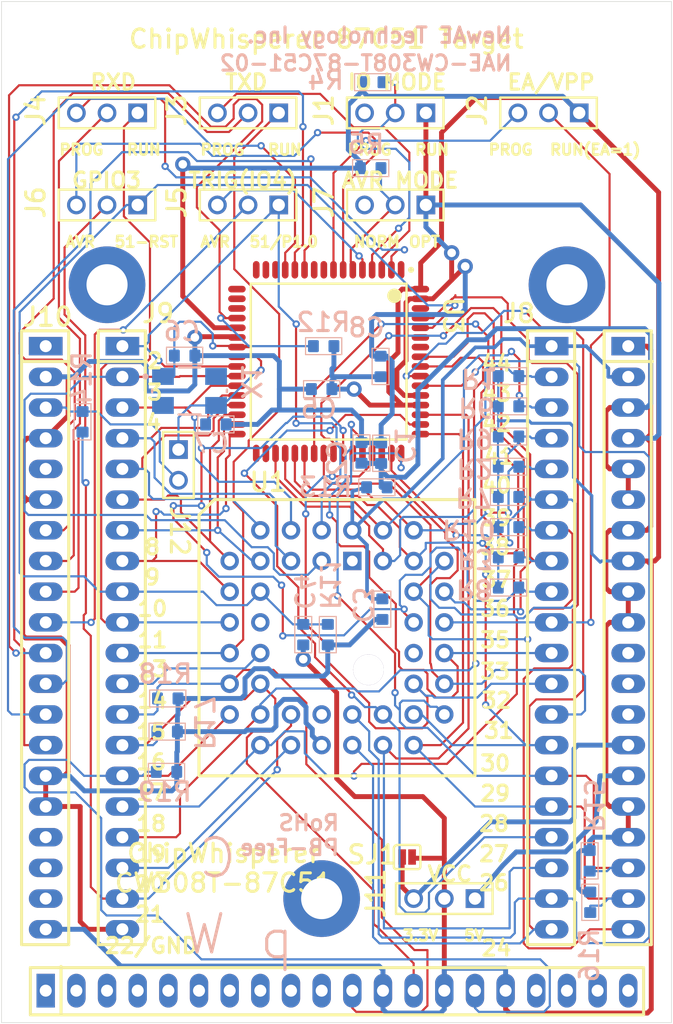
<source format=kicad_pcb>
(kicad_pcb (version 20221018) (generator pcbnew)
  (layers (0 "F.Cu" signal "Top Layer") (31 "B.Cu" signal "Bottom Layer") (34 "B.Paste" user "Bottom Paste") (35 "F.Paste" user "Top Paste") (36 "B.SilkS" user "Bottom Overlay") (37 "F.SilkS" user "Top Overlay") (38 "B.Mask" user "Bottom Solder") (39 "F.Mask" user "Top Solder") (44 "Edge.Cuts" user))
  (net 0 "")
  (net 1 "/CPU/SHUNTH")
  (net 2 "/CPU/SHUNTL")
  (net 3 "/CPU/51_RESET")
  (net 4 "Net-(U3-(TOSC2)_XTAL2)")
  (net 5 "Net-(U3-(TOSC1)_XTAL1)")
  (net 6 "/CPU/AVR_MODE1")
  (net 8 "/CPU/EA{slash}VPP")
  (net 9 "/CPU/AVR_EA")
  (net 10 "/CPU/51_TX")
  (net 11 "/CPU/TX")
  (net 12 "/CPU/AVR_TX")
  (net 13 "/CPU/51_RX")
  (net 14 "/CPU/RX")
  (net 15 "/CPU/AVR_RX")
  (net 16 "/CPU/PA0")
  (net 17 "/CPU/GPIO4")
  (net 18 "/CPU/AVR_TRIG")
  (net 19 "/CPU/GPIO3")
  (net 20 "/CPU/AVR_GPIO3")
  (net 21 "/CPU/AVR_MODE2")
  (net 23 "/CPU/PD0")
  (net 24 "/CPU/PD1")
  (net 25 "/CPU/PD2")
  (net 26 "/CPU/PD3")
  (net 27 "/CPU/PD4")
  (net 28 "/CPU/PD5")
  (net 29 "/CPU/PD6")
  (net 30 "/CPU/PD7")
  (net 31 "/CPU/ALE{slash}PROG")
  (net 32 "/CPU/PSEN")
  (net 33 "/CPU/P2.7")
  (net 34 "GND")
  (net 35 "/CPU/P2.6")
  (net 36 "/CPU/LED1")
  (net 37 "/CPU/LED2")
  (net 38 "/CPU/PA11")
  (net 39 "/CPU/PA10")
  (net 40 "/CPU/PA9")
  (net 41 "/CPU/PA8")
  (net 42 "/CPU/PA1")
  (net 43 "/CPU/PA2")
  (net 44 "/CPU/PA3")
  (net 45 "/CPU/PA4")
  (net 46 "/CPU/PA5")
  (net 47 "/CPU/PA6")
  (net 48 "/CPU/PA7")
  (net 49 "Net-(U1-P3.2{slash}~{INT0})")
  (net 50 "/CPU/M0")
  (net 51 "/CPU/M1")
  (net 52 "/CPU/M2")
  (net 53 "/CPU/P3.6")
  (net 54 "VCC")
  (net 55 "/CPU/P3.7")
  (net 56 "Net-(U1-XTAL2)")
  (net 57 "Net-(U1-XTAL1)")
  (net 59 "/CWCONN/CLK")
  (net 61 "/CWCONN/TX")
  (net 62 "/CWCONN/RX")
  (net 63 "/CWCONN/GPIO3")
  (net 64 "/CWCONN/GPIO4")
  (net 65 "/CWCONN/AVR_RST")
  (net 66 "/CWCONN/SCK")
  (net 67 "/CWCONN/MISO")
  (net 68 "/CWCONN/MOSI")
  (net 82 "/CWCONN/M0")
  (net 83 "/CWCONN/M1")
  (net 84 "/CWCONN/M2")
  (net 89 "/CWCONN/SHUNTL")
  (net 90 "/CWCONN/SHUNTH")
  (net 94 "Net-(J10-VCC3.3V)")
  (net 95 "Net-(J10-VCC5.0V)")
  (net 96 "/CWCONN/LED1")
  (net 97 "/CWCONN/LED2")
  (net 98 "/CWCONN/LED3")
  (net 99 "/CPU/CLK")
  (net 100 "/CPU/AVR_RST")
  (net 108 "/CPU/SCK")
  (net 109 "/CPU/MOSI")
  (net 110 "/CPU/MISO")
  (net 122 "/CPU/LED3")
  (footprint "C:_ProgramData_Altium_Altium Designer {84AFF34E-DC1D-4545-A75B-08AA1D33DAA0}_VaultsFileCache_B7D15EC3-160A-466F-A46C-7801FE6295A7_6DE9DAB2-33D1-492C-807E-005DC9060FA7_Released_SMTC-TSW-103-07-X-S.PcbLib_SMTC-TSW-103-07-X-S" (layer "F.Cu") (at 159.9711 136.9936 180)
    (fp_text reference "J11")
    (fp_text value "68000-203HLF" hide)
  )
  (footprint "C:_ProgramData_Altium_Altium Designer {84AFF34E-DC1D-4545-A75B-08AA1D33DAA0}_VaultsFileCache_B7D15EC3-160A-466F-A46C-7801FE6295A7_6DE9DAB2-33D1-492C-807E-005DC9060FA7_Released_SMTC-TSW-103-07-X-S.PcbLib_SMTC-TSW-103-07-X-S" (layer "F.Cu") (at 132.0311 79.5896 180)
    (fp_text reference "J6")
    (fp_text value "68000-203HLF" hide)
  )
  (footprint "NewAE_AltiumLib.PcbLib:PLCC44_SOCKET" (layer "F.Cu") (at 139.6511 106.5136)
    (fp_text reference "U1")
    (fp_text value "87C51" hide)
  )
  (footprint "C:_ProgramData_Altium_Altium Designer {84AFF34E-DC1D-4545-A75B-08AA1D33DAA0}_VaultsFileCache_B7D15EC3-160A-466F-A46C-7801FE6295A7_6DE9DAB2-33D1-492C-807E-005DC9060FA7_Released_SMTC-TSW-103-07-X-S.PcbLib_SMTC-TSW-103-07-X-S" (layer "F.Cu") (at 155.9071 71.9696 180)
    (fp_text reference "J1")
    (fp_text value "68000-203HLF" hide)
  )
  (footprint "ChipWhisperer_AltiumLib.PcbLib:CW308_TBOARD_CONN" (layer "F.Cu") (at 124.4111 91.2736)
    (fp_text reference "J10")
    (fp_text value "CW308_TARGETCON" hide)
  )
  (footprint "NewAE_AltiumLib.PcbLib:801-87-020-10-001101" (layer "F.Cu") (at 166.3211 91.2736)
    (fp_text reference "J8")
    (fp_text value "20-Pin Header" hide)
  )
  (footprint "C:_ProgramData_Altium_Altium Designer {84AFF34E-DC1D-4545-A75B-08AA1D33DAA0}_VaultsFileCache_B7D15EC3-160A-466F-A46C-7801FE6295A7_6DE9DAB2-33D1-492C-807E-005DC9060FA7_Released_SMTC-TSW-103-07-X-S.PcbLib_SMTC-TSW-103-07-X-S" (layer "F.Cu") (at 143.7151 79.5896 180)
    (fp_text reference "J5")
    (fp_text value "68000-203HLF" hide)
  )
  (footprint "C:_ProgramData_Altium_Altium Designer {84AFF34E-DC1D-4545-A75B-08AA1D33DAA0}_VaultsFileCache_B7D15EC3-160A-466F-A46C-7801FE6295A7_6DE9DAB2-33D1-492C-807E-005DC9060FA7_Released_SMTC-TSW-103-07-X-S.PcbLib_SMTC-TSW-103-07-X-S" (layer "F.Cu") (at 143.7151 71.9696 180)
    (fp_text reference "J3")
    (fp_text value "68000-203HLF" hide)
  )
  (footprint "C:_ProgramData_Altium_Altium Designer {84AFF34E-DC1D-4545-A75B-08AA1D33DAA0}_VaultsFileCache_B7D15EC3-160A-466F-A46C-7801FE6295A7_6DE9DAB2-33D1-492C-807E-005DC9060FA7_Released_SMTC-TSW-103-07-X-S.PcbLib_SMTC-TSW-103-07-X-S" (layer "F.Cu") (at 132.0311 71.9696 180)
    (fp_text reference "J4")
    (fp_text value "68000-203HLF" hide)
  )
  (footprint "C:_Users_colin_Dropbox (NewAE Technology Inc)_engineering_altium_Libraries_NewAE_AltiumLib.PcbLib_SJ_2S_NC" (layer "F.Cu") (at 154.3511 133.5536)
    (fp_text reference "SJ1")
    (fp_text value "NC" hide)
  )
  (footprint "C:_ProgramData_Altium_Altium Designer {84AFF34E-DC1D-4545-A75B-08AA1D33DAA0}_VaultsFileCache_B7D15EC3-160A-466F-A46C-7801FE6295A7_6DE9DAB2-33D1-492C-807E-005DC9060FA7_Released_SMTC-TSW-103-07-X-S.PcbLib_SMTC-TSW-103-07-X-S" (layer "F.Cu") (at 155.9071 79.5896 180)
    (fp_text reference "J7")
    (fp_text value "68000-203HLF" hide)
  )
  (footprint "NewAE_AltiumLib.PcbLib:801-87-020-10-001101" (layer "F.Cu") (at 130.7611 91.2736)
    (fp_text reference "J9")
    (fp_text value "20-Pin Header" hide)
  )
  (footprint "C:_ProgramData_Altium_Altium Designer {84AFF34E-DC1D-4545-A75B-08AA1D33DAA0}_VaultsFileCache_B7D15EC3-160A-466F-A46C-7801FE6295A7_26B557AA-D68C-4B33-B314-1EE1B5ABEAB8_Released_64A_L.PcbLib_64A_L" (layer "F.Cu") (at 147.8511 92.5536 -90)
    (fp_text reference "U3")
    (fp_text value "ATmega325PA-AU" hide)
  )
  (footprint "C:_ProgramData_Altium_Altium Designer {84AFF34E-DC1D-4545-A75B-08AA1D33DAA0}_VaultsFileCache_B7D15EC3-160A-466F-A46C-7801FE6295A7_5EAC02CD-94E4-47F1-B3E5-53A8889B06F6_Released_SMTC-DW-02-16-X-S-200.PcbLib_SMTC-DW-02-16-X-S-200" (layer "F.Cu") (at 135.4093 99.8334 -90)
    (fp_text reference "J12")
    (fp_text value "DW-02-16-G-S-200" hide)
  )
  (footprint "C:_ProgramData_Altium_Altium Designer {84AFF34E-DC1D-4545-A75B-08AA1D33DAA0}_VaultsFileCache_B7D15EC3-160A-466F-A46C-7801FE6295A7_6DE9DAB2-33D1-492C-807E-005DC9060FA7_Released_SMTC-TSW-103-07-X-S.PcbLib_SMTC-TSW-103-07-X-S" (layer "F.Cu") (at 168.6071 71.9696 180)
    (fp_text reference "J2")
    (fp_text value "68000-203HLF" hide)
  )
  (footprint "PBL - SMD Packages.PcbLib:CAPC1608X90N" (layer "B.Cu") (at 150.5731 100.1128 90)
    (fp_text reference "C2")
    (fp_text value "100nf" hide)
  )
  (footprint "PBL - SMD Packages.PcbLib:RESC1608X55N" (layer "B.Cu") (at 162.7511 93.7536)
    (fp_text reference "R1")
    (fp_text value "10K" hide)
  )
  (footprint "PBL - SMD Packages.PcbLib:RESC1608X55N" (layer "B.Cu") (at 169.5215 137.2984 90)
    (fp_text reference "R16")
    (fp_text value "10K" hide)
  )
  (footprint "PBL - SMD Packages.PcbLib:RESC1608X55N" (layer "B.Cu") (at 134.4187 126.5034 180)
    (fp_text reference "R19")
    (fp_text value "10K" hide)
  )
  (footprint "PBL - SMD Packages.PcbLib:RESC1608X55N" (layer "B.Cu") (at 162.7511 111.2536)
    (fp_text reference "R8")
    (fp_text value "10K" hide)
  )
  (footprint "PBL - SMD Packages.PcbLib:RESC1608X55N" (layer "B.Cu") (at 147.4371 91.2736 180)
    (fp_text reference "R12")
    (fp_text value "10K" hide)
  )
  (footprint "PBL - SMD Packages.PcbLib:RESC1608X55N" (layer "B.Cu") (at 147.7791 115.1496 -90)
    (fp_text reference "R11")
    (fp_text value "10K" hide)
  )
  (footprint "PBL - SMD Packages.PcbLib:CAPC1608X90N" (layer "B.Cu") (at 147.2711 94.8296 180)
    (fp_text reference "C5")
    (fp_text value "100nf" hide)
  )
  (footprint "PBL - SMD Packages.PcbLib:RESC1608X55N" (layer "B.Cu") (at 162.7511 96.2536)
    (fp_text reference "R6")
    (fp_text value "10K" hide)
  )
  (footprint "PBL - SMD Packages.PcbLib:RESC1608X55N" (layer "B.Cu") (at 162.7511 101.2536)
    (fp_text reference "R2")
    (fp_text value "10K" hide)
  )
  (footprint "PBL - SMD Packages.PcbLib:RESC1608X55N" (layer "B.Cu") (at 162.7511 106.2536)
    (fp_text reference "R10")
    (fp_text value "10K" hide)
  )
  (footprint "C:_ProgramData_Altium_Altium Designer {84AFF34E-DC1D-4545-A75B-08AA1D33DAA0}_VaultsFileCache_B7D15EC3-160A-466F-A46C-7801FE6295A7_911F510B-1BAE-4F53-8CA8-A27E3A9FEEBC_Released_ABRA-ABMM2-4_V.PcbLib_ABRA-ABMM2-4_V" (layer "B.Cu") (at 136.3237 94.982)
    (fp_text reference "X1")
    (fp_text value "ABMM2-8.000MHZ-E2-T" hide)
  )
  (footprint "PBL - SMD Packages.PcbLib:CAPC1608X90N" (layer "B.Cu") (at 152.1511 92.9536 90)
    (fp_text reference "C8")
    (fp_text value "100nf" hide)
  )
  (footprint "PBL - SMD Packages.PcbLib:RESC1608X55N" (layer "B.Cu") (at 134.4695 123.176)
    (fp_text reference "R17")
    (fp_text value "10K" hide)
  )
  (footprint "PBL - SMD Packages.PcbLib:RESC1608X55N" (layer "B.Cu") (at 162.7511 103.7536)
    (fp_text reference "R7")
    (fp_text value "10K" hide)
  )
  (footprint "PBL - SMD Packages.PcbLib:RESC1608X55N" (layer "B.Cu") (at 127.4591 97.5356 90)
    (fp_text reference "R14")
    (fp_text value "51R" hide)
  )
  (footprint "PBL - SMD Packages.PcbLib:CAPC1608X90N" (layer "B.Cu") (at 138.5081 97.7506 180)
    (fp_text reference "C7")
    (fp_text value "27p" hide)
  )
  (footprint "PBL - SMD Packages.PcbLib:CAPC1608X90N" (layer "B.Cu") (at 135.9173 92.061 180)
    (fp_text reference "C6")
    (fp_text value "27p" hide)
  )
  (footprint "PBL - SMD Packages.PcbLib:RESC1608X55N" (layer "B.Cu") (at 151.8431 102.9576 180)
    (fp_text reference "R13")
    (fp_text value "51R" hide)
  )
  (footprint "PBL - SMD Packages.PcbLib:RESC1608X55N" (layer "B.Cu") (at 151.5011 69.4296)
    (fp_text reference "R4")
    (fp_text value "10K" hide)
  )
  (footprint "PBL - SMD Packages.PcbLib:RESC1608X55N" (layer "B.Cu") (at 134.5203 120.4328)
    (fp_text reference "R18")
    (fp_text value "10K" hide)
  )
  (footprint "PBL - SMD Packages.PcbLib:RESC1608X55N" (layer "B.Cu") (at 151.3351 76.5416 180)
    (fp_text reference "R5")
    (fp_text value "10K" hide)
  )
  (footprint "PBL - SMD Packages.PcbLib:RESC1608X55N" (layer "B.Cu") (at 162.75114 98.7536)
    (fp_text reference "R9")
    (fp_text value "10K" hide)
  )
  (footprint "PBL - SMD Packages.PcbLib:RESC1608X55N" (layer "B.Cu") (at 162.7511 108.7536)
    (fp_text reference "R3")
    (fp_text value "10K" hide)
  )
  (footprint "PBL - SMD Packages.PcbLib:CAPC1608X90N" (layer "B.Cu") (at 152.1987 100.1382 90)
    (fp_text reference "C1")
    (fp_text value "100nf" hide)
  )
  (footprint "PBL - SMD Packages.PcbLib:RESC1608X55N" (layer "B.Cu") (at 169.4707 133.8694 90)
    (fp_text reference "R15")
    (fp_text value "10K" hide)
  )
  (footprint "PBL - SMD Packages.PcbLib:CAPC1608X90N" (layer "B.Cu") (at 145.7471 115.1496 90)
    (fp_text reference "C4")
    (fp_text value "100n" hide)
  )
  (footprint "PBL - SMD Packages.PcbLib:CAPC1608X90N" (layer "B.Cu") (at 152.3003 113.0414 90)
    (fp_text reference "C3")
    (fp_text value "100nf" hide)
  )
  (gr_line (start 120.7511 62.7536) (end 176.2511 62.7536) (stroke (width 0.05)) (layer "Edge.Cuts"))
  (gr_line (start 176.2511 147.2536) (end 120.7511 147.2536) (stroke (width 0.05)) (layer "Edge.Cuts"))
  (gr_line (start 176.2511 62.7536) (end 176.2511 147.2536) (stroke (width 0.05)) (layer "Edge.Cuts"))
  (gr_line (start 120.7511 147.2536) (end 120.7511 62.7536) (stroke (width 0.05)) (layer "Edge.Cuts"))
  (gr_text "NAE-CW308T-87C51-02" (at 163.1511 67.8536 360) (layer "B.SilkS") (effects (font (size 1.27 1.27) (thickness 0.254)) (justify left mirror)))
  (gr_text "W" (at 137.5511 139.9536 360) (layer "B.SilkS") (effects (font (size 3.175 3.175) (thickness 0.254)) (justify mirror)))
  (gr_text "RoHS\nPB-Free" (at 148.8511 131.7536 360) (layer "B.SilkS") (effects (font (size 1.27 1.27) (thickness 0.254)) (justify left mirror)))
  (gr_text "NewAE Technology Inc." (at 163.1511 65.5536 360) (layer "B.SilkS") (effects (font (size 1.27 1.27) (thickness 0.254)) (justify left mirror)))
  (gr_text "C" (at 138.6511 133.6536 360) (layer "B.SilkS") (effects (font (size 3.175 3.175) (thickness 0.254)) (justify mirror)))
  (gr_text "p" (at 143.5511 140.3536 360) (layer "B.SilkS") (effects (font (size 3.175 3.175) (thickness 0.254)) (justify mirror)))
  (gr_text "3" (at 133.4511 94.3536 360) (layer "F.SilkS") (effects (font (size 1.27 1.27) (thickness 0.254) bold) (justify top)))
  (gr_text "2" (at 133.4511 91.7536 360) (layer "F.SilkS") (effects (font (size 1.27 1.27) (thickness 0.254) bold) (justify top)))
  (gr_text "51-RST" (at 129.9991 82.6376 360) (layer "F.SilkS") (effects (font (size 0.889 0.889) (thickness 0.254)) (justify left)))
  (gr_text "42" (at 161.7511 96.9536 360) (layer "F.SilkS") (effects (font (size 1.27 1.27) (thickness 0.254) bold) (justify top)))
  (gr_text "18" (at 133.1511 130.0536 360) (layer "F.SilkS") (effects (font (size 1.27 1.27) (thickness 0.254) bold) (justify top)))
  (gr_text "16" (at 133.1511 124.9536 360) (layer "F.SilkS") (effects (font (size 1.27 1.27) (thickness 0.254) bold) (justify top)))
  (gr_text "51/P1.0" (at 141.1751 82.6376 360) (layer "F.SilkS") (effects (font (size 0.889 0.889) (thickness 0.254)) (justify left)))
  (gr_text "PROG" (at 125.4271 75.0176 360) (layer "F.SilkS") (effects (font (size 0.889 0.889) (thickness 0.254)) (justify left)))
  (gr_text "41" (at 161.9511 99.6536 360) (layer "F.SilkS") (effects (font (size 1.27 1.27) (thickness 0.254) bold) (justify top)))
  (gr_text "ChipWhisperer\nCW308T-87C51" (at 139.1511 132.3536 360) (layer "F.SilkS") (effects (font (size 1.524 1.524) (thickness 0.254)) (justify top)))
  (gr_text "36" (at 161.6511 112.2536 360) (layer "F.SilkS") (effects (font (size 1.27 1.27) (thickness 0.254) bold) (justify top)))
  (gr_text "AVR" (at 137.1111 82.6376 360) (layer "F.SilkS") (effects (font (size 0.889 0.889) (thickness 0.254)) (justify left)))
  (gr_text "8" (at 133.2511 107.1536 360) (layer "F.SilkS") (effects (font (size 1.27 1.27) (thickness 0.254) bold) (justify top)))
  (gr_text "13" (at 133.2511 117.2536 360) (layer "F.SilkS") (effects (font (size 1.27 1.27) (thickness 0.254) bold) (justify top)))
  (gr_text "15" (at 133.1511 122.4536 360) (layer "F.SilkS") (effects (font (size 1.27 1.27) (thickness 0.254) bold) (justify top)))
  (gr_text "AVR MODE" (at 148.7951 77.5576 360) (layer "F.SilkS") (effects (font (size 1.27 1.27) (thickness 0.254)) (justify left)))
  (gr_text "5V" (at 158.9551 140.0416 360) (layer "F.SilkS") (effects (font (size 0.889 0.889) (thickness 0.254)) (justify left)))
  (gr_text "RUN" (at 131.0151 75.0176 360) (layer "F.SilkS") (effects (font (size 0.889 0.889) (thickness 0.254)) (justify left)))
  (gr_text "38" (at 161.6511 107.1536 360) (layer "F.SilkS") (effects (font (size 1.27 1.27) (thickness 0.254) bold) (justify top)))
  (gr_text "OPT" (at 154.3831 82.6376 360) (layer "F.SilkS") (effects (font (size 0.889 0.889) (thickness 0.254)) (justify left)))
  (gr_text "29" (at 161.6511 127.5536 360) (layer "F.SilkS") (effects (font (size 1.27 1.27) (thickness 0.254) bold) (justify top)))
  (gr_text "33" (at 161.6511 117.4536 360) (layer "F.SilkS") (effects (font (size 1.27 1.27) (thickness 0.254) bold) (justify top)))
  (gr_text "19" (at 133.1511 132.5536 360) (layer "F.SilkS") (effects (font (size 1.27 1.27) (thickness 0.254) bold) (justify top)))
  (gr_text "TXD" (at 139.1431 69.4296 360) (layer "F.SilkS") (effects (font (size 1.27 1.27) (thickness 0.254)) (justify left)))
  (gr_text "22/GND" (at 133.1511 140.1536 360) (layer "F.SilkS") (effects (font (size 1.27 1.27) (thickness 0.254) bold) (justify top)))
  (gr_text "31" (at 161.9511 122.3536 360) (layer "F.SilkS") (effects (font (size 1.27 1.27) (thickness 0.254) bold) (justify top)))
  (gr_text "NORM" (at 149.8111 82.6376 360) (layer "F.SilkS") (effects (font (size 0.889 0.889) (thickness 0.254)) (justify left)))
  (gr_text "RUN" (at 154.8911 75.0176 360) (layer "F.SilkS") (effects (font (size 0.889 0.889) (thickness 0.254)) (justify left)))
  (gr_text "RUN" (at 142.6991 75.0176 360) (layer "F.SilkS") (effects (font (size 0.889 0.889) (thickness 0.254)) (justify left)))
  (gr_text "PROG" (at 137.1111 75.0176 360) (layer "F.SilkS") (effects (font (size 0.889 0.889) (thickness 0.254)) (justify left)))
  (gr_text "17" (at 133.1511 127.4536 360) (layer "F.SilkS") (effects (font (size 1.27 1.27) (thickness 0.254) bold) (justify top)))
  (gr_text "26" (at 161.5511 134.9536 360) (layer "F.SilkS") (effects (font (size 1.27 1.27) (thickness 0.254) bold) (justify top)))
  (gr_text "11" (at 133.2511 114.8536 360) (layer "F.SilkS") (effects (font (size 1.27 1.27) (thickness 0.254) bold) (justify top)))
  (gr_text "40" (at 161.7511 102.0536 360) (layer "F.SilkS") (effects (font (size 1.27 1.27) (thickness 0.254) bold) (justify top)))
  (gr_text "4" (at 133.3511 96.8536 360) (layer "F.SilkS") (effects (font (size 1.27 1.27) (thickness 0.254) bold) (justify top)))
  (gr_text "32" (at 161.7511 119.8536 360) (layer "F.SilkS") (effects (font (size 1.27 1.27) (thickness 0.254) bold) (justify top)))
  (gr_text "39" (at 161.7511 104.7536 360) (layer "F.SilkS") (effects (font (size 1.27 1.27) (thickness 0.254) bold) (justify top)))
  (gr_text "21" (at 133.0511 137.5536 360) (layer "F.SilkS") (effects (font (size 1.27 1.27) (thickness 0.254) bold) (justify top)))
  (gr_text "30" (at 161.6511 125.0536 360) (layer "F.SilkS") (effects (font (size 1.27 1.27) (thickness 0.254) bold) (justify top)))
  (gr_text "PROG" (at 149.3031 75.0176 360) (layer "F.SilkS") (effects (font (size 0.889 0.889) (thickness 0.254)) (justify left)))
  (gr_text "RUN(EA=1)" (at 166.0671 75.0176 360) (layer "F.SilkS") (effects (font (size 0.889 0.889) (thickness 0.254)) (justify left)))
  (gr_text "24" (at 161.7511 140.3536 360) (layer "F.SilkS") (effects (font (size 1.27 1.27) (thickness 0.254) bold) (justify top)))
  (gr_text "14" (at 133.2511 119.8536 360) (layer "F.SilkS") (effects (font (size 1.27 1.27) (thickness 0.254) bold) (justify top)))
  (gr_text "TRIG(IO4)" (at 136.0951 77.5576 360) (layer "F.SilkS") (effects (font (size 1.27 1.27) (thickness 0.254)) (justify left)))
  (gr_text "RXD" (at 127.9671 69.4296 360) (layer "F.SilkS") (effects (font (size 1.27 1.27) (thickness 0.254)) (justify left)))
  (gr_text "GPIO3" (at 126.4431 77.5576 360) (layer "F.SilkS") (effects (font (size 1.27 1.27) (thickness 0.254)) (justify left)))
  (gr_text "3.3V" (at 153.8751 140.0416 360) (layer "F.SilkS") (effects (font (size 0.889 0.889) (thickness 0.254)) (justify left)))
  (gr_text "VCC" (at 155.9071 134.9616 360) (layer "F.SilkS") (effects (font (size 1.27 1.27) (thickness 0.254)) (justify left)))
  (gr_text "9" (at 133.2511 109.6536 360) (layer "F.SilkS") (effects (font (size 1.27 1.27) (thickness 0.254) bold) (justify top)))
  (gr_text "20" (at 133.0511 135.0536 360) (layer "F.SilkS") (effects (font (size 1.27 1.27) (thickness 0.254) bold) (justify top)))
  (gr_text "IO MODE" (at 149.3031 69.4296 360) (layer "F.SilkS") (effects (font (size 1.27 1.27) (thickness 0.254)) (justify left)))
  (gr_text "ChipWhisperer 87C51 Target" (at 147.6511 65.8536 360) (layer "F.SilkS") (effects (font (size 1.524 1.524) (thickness 0.254) bold)))
  (gr_text "EA/VPP" (at 162.5111 69.4296 360) (layer "F.SilkS") (effects (font (size 1.27 1.27) (thickness 0.254)) (justify left)))
  (gr_text "35" (at 161.6511 114.8536 360) (layer "F.SilkS") (effects (font (size 1.27 1.27) (thickness 0.254) bold) (justify top)))
  (gr_text "10" (at 133.2511 112.2536 360) (layer "F.SilkS") (effects (font (size 1.27 1.27) (thickness 0.254) bold) (justify top)))
  (gr_text "AVR" (at 125.9351 82.6376 360) (layer "F.SilkS") (effects (font (size 0.889 0.889) (thickness 0.254)) (justify left)))
  (gr_text "37" (at 161.7511 109.8536 360) (layer "F.SilkS") (effects (font (size 1.27 1.27) (thickness 0.254) bold) (justify top)))
  (gr_text "43" (at 161.7511 94.4536 360) (layer "F.SilkS") (effects (font (size 1.27 1.27) (thickness 0.254) bold) (justify top)))
  (gr_text "27" (at 161.5511 132.5536 360) (layer "F.SilkS") (effects (font (size 1.27 1.27) (thickness 0.254) bold) (justify top)))
  (gr_text "44" (at 161.7511 91.9536 360) (layer "F.SilkS") (effects (font (size 1.27 1.27) (thickness 0.254) bold) (justify top)))
  (gr_text "PROG" (at 160.9871 75.0176 360) (layer "F.SilkS") (effects (font (size 0.889 0.889) (thickness 0.254)) (justify left)))
  (gr_text "28" (at 161.5511 130.0536 360) (layer "F.SilkS") (effects (font (size 1.27 1.27) (thickness 0.254) bold) (justify top)))
  (segment (start 126.8114 97.32764) (end 126.8114 93.458) (width 0.1778) (layer "F.Cu") (net 0))
  (segment (start 127.2432 97.6871) (end 127.2432 90.6607) (width 0.1778) (layer "F.Cu") (net 0))
  (segment (start 171.1344 101.4336) (end 172.6711 101.4336) (width 0.4064) (layer "F.Cu") (net 0))
  (segment (start 146.3821 82.81779) (end 146.3821 75.7796) (width 0.1778) (layer "F.Cu") (net 0))
  (segment (start 158.23532 87.235) (end 158.3511 87.11921) (width 0.1778) (layer "F.Cu") (net 0))
  (segment (start 162.1809 87.235) (end 162.6889 87.743) (width 0.1778) (layer "F.Cu") (net 0))
  (segment (start 136.9333 78.091) (end 142.3435 72.6808) (width 0.1778) (layer "F.Cu") (net 0))
  (segment (start 126.6717 70.3186) (end 134.5457 70.3186) (width 0.1778) (layer "F.Cu") (net 0))
  (segment (start 153.3511 119.9536) (end 153.3511 116.6957) (width 0.1778) (layer "F.Cu") (net 0))
  (segment (start 142.3435 72.6808) (end 142.3435 71.2965) (width 0.1778) (layer "F.Cu") (net 0))
  (segment (start 144.25109 83.54941) (end 145.0613 82.7392) (width 0.1778) (layer "F.Cu") (net 0))
  (segment (start 142.1911 119.2136) (end 143.43062 120.45312) (width 0.1778) (layer "F.Cu") (net 0))
  (segment (start 132.6661 124.2936) (end 136.4761 120.4836) (width 0.1778) (layer "F.Cu") (net 0))
  (segment (start 126.3034 106.0945) (end 126.3034 97.83564) (width 0.1778) (layer "F.Cu") (net 0))
  (segment (start 121.3758 116.1021) (end 121.3758 70.5091) (width 0.1778) (layer "F.Cu") (net 0))
  (segment (start 126.8114 111.5936) (end 127.1289 111.2761) (width 0.1778) (layer "F.Cu") (net 0))
  (segment (start 139.9813 71.2965) (end 140.4512 70.8266) (width 0.1778) (layer "F.Cu") (net 0))
  (segment (start 153.85112 101.332) (end 153.85112 100.15359) (width 0.1778) (layer "F.Cu") (net 0))
  (segment (start 155.45112 98.5536) (end 158.6405 98.5536) (width 0.1778) (layer "F.Cu") (net 0))
  (segment (start 164.4161 92.3785) (end 164.4161 90.791) (width 0.1778) (layer "F.Cu") (net 0))
  (segment (start 130.7611 124.2936) (end 132.6661 124.2936) (width 0.1778) (layer "F.Cu") (net 0))
  (segment (start 134.5711 126.8336) (end 139.6511 121.7536) (width 0.1778) (layer "F.Cu") (net 0))
  (segment (start 130.7611 126.8336) (end 134.5711 126.8336) (width 0.1778) (layer "F.Cu") (net 0))
  (segment (start 151.5803 139.0828) (end 151.7511 139.2536) (width 0.1778) (layer "F.Cu") (net 0))
  (segment (start 164.7082 92.6706) (end 167.5657 92.6706) (width 0.1778) (layer "F.Cu") (net 0))
  (segment (start 168.4928 112.67848) (end 168.4928 93.5977) (width 0.1778) (layer "F.Cu") (net 0))
  (segment (start 172.6711 103.9736) (end 172.6711 101.4336) (width 0.4064) (layer "F.Cu") (net 0))
  (segment (start 138.8129 88.43291) (end 139.3336 88.95361) (width 0.1778) (layer "F.Cu") (net 0))
  (segment (start 127.6877 97.9411) (end 127.6877 90.37342) (width 0.1778) (layer "F.Cu") (net 0))
  (segment (start 169.8136 134.4536) (end 169.8136 127.4686) (width 0.1778) (layer "F.Cu") (net 0))
  (segment (start 126.2653 109.0536) (end 126.7352 108.5837) (width 0.1778) (layer "F.Cu") (net 0))
  (segment (start 125.8843 106.5136) (end 126.3034 106.0945) (width 0.1778) (layer "F.Cu") (net 0))
  (segment (start 138.0887 73.1126) (end 139.30851 73.1126) (width 0.1778) (layer "F.Cu") (net 0))
  (segment (start 151.7511 139.2536) (end 151.7911 139.2536) (width 0.1778) (layer "F.Cu") (net 0))
  (segment (start 148.5919 111.9365) (end 153.3511 116.6957) (width 0.1778) (layer "F.Cu") (net 0))
  (segment (start 145.85109 83.3488) (end 146.3821 82.81779) (width 0.1778) (layer "F.Cu") (net 0))
  (segment (start 167.7562 117.9436) (end 168.0737 117.6261) (width 0.1778) (layer "F.Cu") (net 0))
  (segment (start 167.9213 141.1084) (end 169.4961 139.5336) (width 0.1778) (layer "F.Cu") (net 0))
  (segment (start 122.2394 91.9086) (end 122.2394 90.1687) (width 0.1778) (layer "F.Cu") (net 0))
  (segment (start 141.0735 125.8176) (end 151.5803 136.3244) (width 0.1778) (layer "F.Cu") (net 0))
  (segment (start 125.5033 88.9208) (end 125.5033 75.9574) (width 0.1778) (layer "F.Cu") (net 0))
  (segment (start 154.8911 144.6136) (end 154.8911 142.3536) (width 0.1778) (layer "F.Cu") (net 0))
  (segment (start 145.05109 83.5266) (end 145.7217 82.85599) (width 0.1778) (layer "F.Cu") (net 0))
  (segment (start 136.9333 79.7928) (end 136.9333 78.091) (width 0.1778) (layer "F.Cu") (net 0))
  (segment (start 122.722 92.3912) (end 125.7446 92.3912) (width 0.1778) (layer "F.Cu") (net 0))
  (segment (start 169.0643 136.6761) (end 169.0643 129.6911) (width 0.1778) (layer "F.Cu") (net 0))
  (segment (start 169.8136 134.4536) (end 172.6711 134.4536) (width 0.1778) (layer "F.Cu") (net 0))
  (segment (start 125.9732 88.65892) (end 127.6877 90.37342) (width 0.1778) (layer "F.Cu") (net 0))
  (segment (start 158.23532 87.235) (end 162.1809 87.235) (width 0.1778) (layer "F.Cu") (net 0))
  (segment (start 164.0097 140.702) (end 164.4161 141.1084) (width 0.1778) (layer "F.Cu") (net 0))
  (segment (start 124.4111 109.0536) (end 126.2653 109.0536) (width 0.1778) (layer "F.Cu") (net 0))
  (segment (start 144.25109 84.95362) (end 144.25109 83.54941) (width 0.1778) (layer "F.Cu") (net 0))
  (segment (start 164.0097 118.8199) (end 164.886 117.9436) (width 0.1778) (layer "F.Cu") (net 0))
  (segment (start 124.4111 106.5136) (end 125.8843 106.5136) (width 0.1778) (layer "F.Cu") (net 0))
  (segment (start 169.4961 139.5336) (end 172.6711 139.5336) (width 0.1778) (layer "F.Cu") (net 0))
  (segment (start 152.2511 138.5536) (end 154.9511 141.2536) (width 0.1778) (layer "F.Cu") (net 0))
  (segment (start 156.5167 88.95361) (end 156.5167 88.9138) (width 0.1778) (layer "F.Cu") (net 0))
  (segment (start 134.5457 70.3186) (end 137.7715 73.5444) (width 0.1778) (layer "F.Cu") (net 0))
  (segment (start 158.12102 87.3493) (end 158.23532 87.235) (width 0.1778) (layer "F.Cu") (net 0))
  (segment (start 164.4161 141.1084) (end 167.9213 141.1084) (width 0.1778) (layer "F.Cu") (net 0))
  (segment (start 139.9813 72.4398) (end 139.9813 71.2965) (width 0.1778) (layer "F.Cu") (net 0))
  (segment (start 169.1786 126.8336) (end 169.8136 127.4686) (width 0.1778) (layer "F.Cu") (net 0))
  (segment (start 168.7468 129.3736) (end 169.0643 129.6911) (width 0.1778) (layer "F.Cu") (net 0))
  (segment (start 122.2013 69.6836) (end 134.6597 69.6836) (width 0.1778) (layer "F.Cu") (net 0))
  (segment (start 145.7217 82.85599) (end 145.7217 73.1126) (width 0.1778) (layer "F.Cu") (net 0))
  (segment (start 122.2394 91.9086) (end 122.722 92.3912) (width 0.1778) (layer "F.Cu") (net 0))
  (segment (start 166.3211 129.3736) (end 168.7468 129.3736) (width 0.1778) (layer "F.Cu") (net 0))
  (segment (start 121.8076 115.5687) (end 122.6331 116.3942) (width 0.1778) (layer "F.Cu") (net 0))
  (segment (start 136.9333 79.7928) (end 138.8129 81.6724) (width 0.1778) (layer "F.Cu") (net 0))
  (segment (start 171.1344 96.3536) (end 172.6711 96.3536) (width 0.4064) (layer "F.Cu") (net 0))
  (segment (start 125.0715 71.9188) (end 126.6717 70.3186) (width 0.1778) (layer "F.Cu") (net 0))
  (segment (start 140.4512 70.8266) (end 141.8736 70.8266) (width 0.1778) (layer "F.Cu") (net 0))
  (segment (start 145.05109 84.95362) (end 145.05109 83.5266) (width 0.1778) (layer "F.Cu") (net 0))
  (segment (start 121.3758 70.5091) (end 122.2013 69.6836) (width 0.1778) (layer "F.Cu") (net 0))
  (segment (start 155.45112 88.95361) (end 156.5167 88.95361) (width 0.1778) (layer "F.Cu") (net 0))
  (segment (start 127.1289 98.4999) (end 127.6877 97.9411) (width 0.1778) (layer "F.Cu") (net 0))
  (segment (start 143.2833 118.0706) (end 146.0011 120.7884) (width 0.1778) (layer "F.Cu") (net 0))
  (segment (start 164.4161 92.3785) (end 164.7082 92.6706) (width 0.1778) (layer "F.Cu") (net 0))
  (segment (start 142.96072 123.176) (end 143.43062 122.7061) (width 0.1778) (layer "F.Cu") (net 0))
  (segment (start 150.1286 146.3662) (end 155.5261 146.3662) (width 0.1778) (layer "F.Cu") (net 0))
  (segment (start 156.5167 88.9138) (end 158.0812 87.3493) (width 0.1778) (layer "F.Cu") (net 0))
  (segment (start 125.9732 88.65892) (end 125.9732 83.1075) (width 0.1778) (layer "F.Cu") (net 0))
  (segment (start 145.85109 84.95362) (end 145.85109 83.3488) (width 0.1778) (layer "F.Cu") (net 0))
  (segment (start 155.5261 146.3662) (end 156.0341 145.8582) (width 0.1778) (layer "F.Cu") (net 0))
  (segment (start 141.5688 123.176) (end 142.96072 123.176) (width 0.1778) (layer "F.Cu") (net 0))
  (segment (start 154.8911 124.2936) (end 157.1263 124.2936) (width 0.1778) (layer "F.Cu") (net 0))
  (segment (start 128.4751 113.8288) (end 128.4751 90.3084) (width 0.1778) (layer "F.Cu") (net 0))
  (segment (start 141.8736 70.8266) (end 142.3435 71.2965) (width 0.1778) (layer "F.Cu") (net 0))
  (segment (start 154.9511 141.2536) (end 156.0341 141.2536) (width 0.1778) (layer "F.Cu") (net 0))
  (segment (start 169.0643 136.6761) (end 169.3818 136.9936) (width 0.1778) (layer "F.Cu") (net 0))
  (segment (start 146.0011 125.86809) (end 146.0011 120.7884) (width 0.1778) (layer "F.Cu") (net 0))
  (segment (start 126.7352 98.1951) (end 127.2432 97.6871) (width 0.1778) (layer "F.Cu") (net 0))
  (segment (start 121.3758 116.1021) (end 121.9473 116.6736) (width 0.1778) (layer "F.Cu") (net 0))
  (segment (start 125.5033 88.9208) (end 127.2432 90.6607) (width 0.1778) (layer "F.Cu") (net 0))
  (segment (start 125.5033 75.9574) (end 129.4911 71.9696) (width 0.1778) (layer "F.Cu") (net 0))
  (segment (start 143.43062 122.7061) (end 143.43062 120.45312) (width 0.1778) (layer "F.Cu") (net 0))
  (segment (start 164.0097 140.702) (end 164.0097 118.8199) (width 0.1778) (layer "F.Cu") (net 0))
  (segment (start 141.0735 125.8176) (end 141.0735 123.6713) (width 0.1778) (layer "F.Cu") (net 0))
  (segment (start 156.0341 145.8582) (end 156.0341 141.2536) (width 0.1778) (layer "F.Cu") (net 0))
  (segment (start 139.30851 73.1126) (end 139.9813 72.4398) (width 0.1778) (layer "F.Cu") (net 0))
  (segment (start 142.2546 74.6874) (end 145.0613 77.4941) (width 0.1778) (layer "F.Cu") (net 0))
  (segment (start 137.7715 73.5444) (end 139.6003 73.5444) (width 0.1778) (layer "F.Cu") (net 0))
  (segment (start 128.8561 89.9274) (end 130.8373 89.9274) (width 0.1778) (layer "F.Cu") (net 0))
  (segment (start 168.0737 113.09758) (end 168.4928 112.67848) (width 0.1778) (layer "F.Cu") (net 0))
  (segment (start 164.886 117.9436) (end 167.7562 117.9436) (width 0.1778) (layer "F.Cu") (net 0))
  (segment (start 140.9211 120.4836) (end 142.1911 119.2136) (width 0.1778) (layer "F.Cu") (net 0))
  (segment (start 128.4751 90.3084) (end 128.8561 89.9274) (width 0.1778) (layer "F.Cu") (net 0))
  (segment (start 139.6003 73.5444) (end 141.1751 71.9696) (width 0.1778) (layer "F.Cu") (net 0))
  (segment (start 122.6331 124.2936) (end 124.4111 124.2936) (width 0.1778) (layer "F.Cu") (net 0))
  (segment (start 149.8111 146.0487) (end 150.1286 146.3662) (width 0.1778) (layer "F.Cu") (net 0))
  (segment (start 145.0613 82.7392) (end 145.0613 77.4941) (width 0.1778) (layer "F.Cu") (net 0))
  (segment (start 139.3336 88.95361) (end 140.2511 88.95361) (width 0.1778) (layer "F.Cu") (net 0))
  (segment (start 169.3818 136.9936) (end 172.6711 136.9936) (width 0.1778) (layer "F.Cu") (net 0))
  (segment (start 127.1289 111.2761) (end 127.1289 98.4999) (width 0.1778) (layer "F.Cu") (net 0))
  (segment (start 157.1263 124.2936) (end 158.9805 122.4394) (width 0.1778) (layer "F.Cu") (net 0))
  (segment (start 126.3034 97.83564) (end 126.8114 97.32764) (width 0.1778) (layer "F.Cu") (net 0))
  (segment (start 166.3211 126.8336) (end 169.1786 126.8336) (width 0.1778) (layer "F.Cu") (net 0))
  (segment (start 146.0011 125.86809) (end 152.2511 132.11809) (width 0.1778) (layer "F.Cu") (net 0))
  (segment (start 125.0715 87.3366) (end 125.0715 71.9188) (width 0.1778) (layer "F.Cu") (net 0))
  (segment (start 122.2394 90.1687) (end 125.0715 87.3366) (width 0.1778) (layer "F.Cu") (net 0))
  (segment (start 141.0735 123.6713) (end 141.5688 123.176) (width 0.1778) (layer "F.Cu") (net 0))
  (segment (start 122.6331 124.2936) (end 122.6331 116.3942) (width 0.1778) (layer "F.Cu") (net 0))
  (segment (start 151.5803 139.0828) (end 151.5803 136.3244) (width 0.1778) (layer "F.Cu") (net 0))
  (segment (start 134.6597 69.6836) (end 138.0887 73.1126) (width 0.1778) (layer "F.Cu") (net 0))
  (segment (start 138.9145 88.95361) (end 139.3336 88.95361) (width 0.1778) (layer "F.Cu") (net 0))
  (segment (start 152.2511 138.5536) (end 152.2511 132.11809) (width 0.1778) (layer "F.Cu") (net 0))
  (segment (start 128.1703 114.1336) (end 128.4751 113.8288) (width 0.1778) (layer "F.Cu") (net 0))
  (segment (start 158.0812 87.3493) (end 158.12102 87.3493) (width 0.1778) (layer "F.Cu") (net 0))
  (segment (start 126.7352 108.5837) (end 126.7352 98.1951) (width 0.1778) (layer "F.Cu") (net 0))
  (segment (start 124.4111 111.5936) (end 126.8114 111.5936) (width 0.1778) (layer "F.Cu") (net 0))
  (segment (start 168.0737 117.6261) (end 168.0737 113.09758) (width 0.1778) (layer "F.Cu") (net 0))
  (segment (start 158.9805 122.4394) (end 158.9805 98.8936) (width 0.1778) (layer "F.Cu") (net 0))
  (segment (start 138.8129 88.43291) (end 138.8129 81.6724) (width 0.1778) (layer "F.Cu") (net 0))
  (segment (start 158.6405 98.5536) (end 158.9805 98.8936) (width 0.1778) (layer "F.Cu") (net 0))
  (segment (start 170.8169 96.6711) (end 171.1344 96.3536) (width 0.4064) (layer "F.Cu") (net 0))
  (segment (start 139.6511 119.2136) (end 140.7941 118.0706) (width 0.1778) (layer "F.Cu") (net 0))
  (segment (start 149.8111 146.0487) (end 149.8111 144.6136) (width 0.1778) (layer "F.Cu") (net 0))
  (segment (start 121.8076 115.5687) (end 121.8076 72.4649) (width 0.1778) (layer "F.Cu") (net 0))
  (segment (start 158.3511 87.11921) (end 158.3511 87.0536) (width 0.1778) (layer "F.Cu") (net 0))
  (segment (start 162.6889 89.0638) (end 162.6889 87.743) (width 0.1778) (layer "F.Cu") (net 0))
  (segment (start 121.8076 72.4649) (end 121.9473 72.3252) (width 0.1778) (layer "F.Cu") (net 0))
  (segment (start 151.7911 139.2536) (end 154.8911 142.3536) (width 0.1778) (layer "F.Cu") (net 0))
  (segment (start 136.4761 120.4836) (end 140.9211 120.4836) (width 0.1778) (layer "F.Cu") (net 0))
  (segment (start 170.8169 101.1161) (end 171.1344 101.4336) (width 0.4064) (layer "F.Cu") (net 0))
  (segment (start 140.7941 118.0706) (end 143.2833 118.0706) (width 0.1778) (layer "F.Cu") (net 0))
  (segment (start 162.6889 89.0638) (end 164.4161 90.791) (width 0.1778) (layer "F.Cu") (net 0))
  (segment (start 125.7446 92.3912) (end 126.8114 93.458) (width 0.1778) (layer "F.Cu") (net 0))
  (segment (start 125.9732 83.1075) (end 129.4911 79.5896) (width 0.1778) (layer "F.Cu") (net 0))
  (segment (start 167.5657 92.6706) (end 168.4928 93.5977) (width 0.1778) (layer "F.Cu") (net 0))
  (segment (start 170.8169 101.1161) (end 170.8169 96.6711) (width 0.4064) (layer "F.Cu") (net 0))
  (via (at 121.9473 116.6736) (size 0.6096) (drill 0.3048) (layers "F.Cu" "B.Cu") (net 0))
  (via (at 121.9473 72.3252) (size 0.6096) (drill 0.3048) (layers "F.Cu" "B.Cu") (net 0))
  (via (at 145.7217 73.1126) (size 0.6096) (drill 0.3048) (layers "F.Cu" "B.Cu") (net 0))
  (via (at 128.1703 114.1336) (size 0.6096) (drill 0.3048) (layers "F.Cu" "B.Cu") (net 0))
  (via (at 142.2546 74.6874) (size 0.6096) (drill 0.3048) (layers "F.Cu" "B.Cu") (net 0))
  (via (at 148.5919 111.9365) (size 0.6096) (drill 0.3048) (layers "F.Cu" "B.Cu") (net 0))
  (via (at 130.8373 89.9274) (size 0.6096) (drill 0.3048) (layers "F.Cu" "B.Cu") (net 0))
  (via (at 138.9145 88.95361) (size 0.6096) (drill 0.3048) (layers "F.Cu" "B.Cu") (net 0))
  (via (at 153.3511 119.9536) (size 0.6096) (drill 0.3048) (layers "F.Cu" "B.Cu") (net 0))
  (via (at 153.85112 101.332) (size 0.6096) (drill 0.3048) (layers "F.Cu" "B.Cu") (net 0))
  (via (at 151.1511 118.05358) (size 2.54) (drill 2.54) (layers "F.Cu" "B.Cu") (net 0))
  (via (at 146.3821 75.7796) (size 0.6096) (drill 0.3048) (layers "F.Cu" "B.Cu") (net 0))
  (segment (start 153.3511 121.001) (end 153.7481 121.398) (width 0.1778) (layer "B.Cu") (net 0))
  (segment (start 138.9145 88.95361) (end 141.23449 91.2736) (width 0.1778) (layer "B.Cu") (net 0))
  (segment (start 151.3859 100.98819) (end 152.1987 100.98819) (width 0.4064) (layer "B.Cu") (net 0))
  (segment (start 171.18429 134.4536) (end 172.6711 134.4536) (width 0.1778) (layer "B.Cu") (net 0))
  (segment (start 141.23449 91.2736) (end 146.58708 91.2736) (width 0.1778) (layer "B.Cu") (net 0))
  (segment (start 124.4111 119.2136) (end 125.8462 119.2136) (width 0.1778) (layer "B.Cu") (net 0))
  (segment (start 162.2825 90.6894) (end 163.7049 90.6894) (width 0.3048) (layer "B.Cu") (net 0))
  (segment (start 154.1799 102.1194) (end 155.2467 101.0526) (width 0.4064) (layer "B.Cu") (net 0))
  (segment (start 121.2869 121.4361) (end 121.2869 75.7923) (width 0.1778) (layer "B.Cu") (net 0))
  (segment (start 170.4359 137.5778) (end 171.0201 136.9936) (width 0.1778) (layer "B.Cu") (net 0))
  (segment (start 138.1271 74.6874) (end 142.2546 74.6874) (width 0.1778) (layer "B.Cu") (net 0))
  (segment (start 132.4121 126.8336) (end 132.7423 126.5034) (width 0.1778) (layer "B.Cu") (net 0))
  (segment (start 157.3041 94.07522) (end 160.00412 91.3752) (width 0.3048) (layer "B.Cu") (net 0))
  (segment (start 149.8111 106.5136) (end 149.8111 103.2751) (width 0.3048) (layer "B.Cu") (net 0))
  (segment (start 124.4111 114.1336) (end 128.1703 114.1336) (width 0.1778) (layer "B.Cu") (net 0))
  (segment (start 128.1195 77.837) (end 130.7357 75.2208) (width 0.1778) (layer "B.Cu") (net 0))
  (segment (start 123.0268 125.5128) (end 126.2653 125.5128) (width 0.1778) (layer "B.Cu") (net 0))
  (segment (start 133.6821 138.3906) (end 137.3143 142.0228) (width 0.1778) (layer "B.Cu") (net 0))
  (segment (start 133.2122 97.7506) (end 133.8599 98.3983) (width 0.1778) (layer "B.Cu") (net 0))
  (segment (start 133.8599 100.824) (end 135.4093 102.3734) (width 0.1778) (layer "B.Cu") (net 0))
  (segment (start 145.7217 73.1126) (end 145.7217 70.5472) (width 0.1778) (layer "B.Cu") (net 0))
  (segment (start 169.4707 134.71939) (end 170.9185 134.71939) (width 0.1778) (layer "B.Cu") (net 0))
  (segment (start 160.02083 126.8336) (end 166.3211 126.8336) (width 0.1778) (layer "B.Cu") (net 0))
  (segment (start 153.85112 101.332) (end 153.85112 100.4811) (width 0.1778) (layer "B.Cu") (net 0))
  (segment (start 174.5253 96.0361) (end 174.5253 90.3211) (width 0.4064) (layer "B.Cu") (net 0))
  (segment (start 126.278 70.8012) (end 134.2409 70.8012) (width 0.1778) (layer "B.Cu") (net 0))
  (segment (start 133.67031 121.4361) (end 133.67031 120.4328) (width 0.1778) (layer "B.Cu") (net 0))
  (segment (start 153.7481 120.8265) (end 153.964 120.6106) (width 0.1778) (layer "B.Cu") (net 0))
  (segment (start 169.5469 137.5778) (end 170.4359 137.5778) (width 0.1778) (layer "B.Cu") (net 0))
  (segment (start 165.3813 142.0228) (end 166.1687 142.8102) (width 0.1778) (layer "B.Cu") (net 0))
  (segment (start 166.3211 91.2736) (end 169.1786 91.2736) (width 0.3048) (layer "B.Cu") (net 0))
  (segment (start 155.7547 120.6106) (end 156.2627 121.1186) (width 0.1778) (layer "B.Cu") (net 0))
  (segment (start 150.5731 100.96279) (end 151.3605 100.96279) (width 0.4064) (layer "B.Cu") (net 0))
  (segment (start 153.7481 122.3632) (end 153.7481 121.398) (width 0.1778) (layer "B.Cu") (net 0))
  (segment (start 121.7695 114.5146) (end 122.6585 115.4036) (width 0.1778) (layer "B.Cu") (net 0))
  (segment (start 170.9185 134.71939) (end 171.18429 134.4536) (width 0.1778) (layer "B.Cu") (net 0))
  (segment (start 149.94018 100.1382) (end 153.50822 100.1382) (width 0.1778) (layer "B.Cu") (net 0))
  (segment (start 152.1987 102.9322) (end 152.1987 101.5733) (width 0.4064) (layer "B.Cu") (net 0))
  (segment (start 153.7481 121.398) (end 153.7481 120.8265) (width 0.1778) (layer "B.Cu") (net 0))
  (segment (start 130.8373 89.9274) (end 141.1751 79.5896) (width 0.1778) (layer "B.Cu") (net 0))
  (segment (start 159.3869 90.74609) (end 160.83734 90.74609) (width 0.4064) (layer "B.Cu") (net 0))
  (segment (start 166.1687 145.8836) (end 166.1687 142.8102) (width 0.1778) (layer "B.Cu") (net 0))
  (segment (start 152.7448 102.1194) (end 154.1799 102.1194) (width 0.4064) (layer "B.Cu") (net 0))
  (segment (start 134.2409 70.8012) (end 138.1271 74.6874) (width 0.1778) (layer "B.Cu") (net 0))
  (segment (start 151.3605 100.96279) (end 151.3859 100.98819) (width 0.4064) (layer "B.Cu") (net 0))
  (segment (start 121.7695 114.5146) (end 121.7695 88.3018) (width 0.1778) (layer "B.Cu") (net 0))
  (segment (start 121.7695 88.3018) (end 128.1195 81.9518) (width 0.1778) (layer "B.Cu") (net 0))
  (segment (start 153.7481 122.3632) (end 154.2434 122.8585) (width 0.1778) (layer "B.Cu") (net 0))
  (segment (start 146.2043 75.9574) (end 146.3821 75.7796) (width 0.1778) (layer "B.Cu") (net 0))
  (segment (start 169.1786 91.2736) (end 171.0201 93.1151) (width 0.3048) (layer "B.Cu") (net 0))
  (segment (start 153.93266 103.94144) (end 157.3041 100.57) (width 0.3048) (layer "B.Cu") (net 0))
  (segment (start 121.9473 116.6736) (end 124.4111 116.6736) (width 0.1778) (layer "B.Cu") (net 0))
  (segment (start 154.8911 124.2936) (end 159.9711 129.3736) (width 0.1778) (layer "B.Cu") (net 0))
  (segment (start 161.75763 89.8258) (end 174.03 89.8258) (width 0.4064) (layer "B.Cu") (net 0))
  (segment (start 128.7037 96.68558) (end 129.76872 97.7506) (width 0.1778) (layer "B.Cu") (net 0))
  (segment (start 151.3986 112.19141) (end 152.3003 112.19141) (width 0.3048) (layer "B.Cu") (net 0))
  (segment (start 149.8111 106.5136) (end 152.38326 103.94144) (width 0.3048) (layer "B.Cu") (net 0))
  (segment (start 149.8111 106.5136) (end 151.0303 107.7328) (width 0.3048) (layer "B.Cu") (net 0))
  (segment (start 137.3143 142.0228) (end 165.3813 142.0228) (width 0.1778) (layer "B.Cu") (net 0))
  (segment (start 133.30201 124.2936) (end 133.61951 123.9761) (width 0.1778) (layer "B.Cu") (net 0))
  (segment (start 122.6585 127.7861) (end 122.6585 125.8811) (width 0.1778) (layer "B.Cu") (net 0))
  (segment (start 132.7423 126.5034) (end 133.56871 126.5034) (width 0.1778) (layer "B.Cu") (net 0))
  (segment (start 169.5215 137.6032) (end 169.5469 137.5778) (width 0.1778) (layer "B.Cu") (net 0))
  (segment (start 126.1637 118.8961) (end 126.1637 115.7211) (width 0.1778) (layer "B.Cu") (net 0))
  (segment (start 133.67031 120.4328) (end 133.67031 119.5311) (width 0.1778) (layer "B.Cu") (net 0))
  (segment (start 151.0303 111.82311) (end 151.3986 112.19141) (width 0.3048) (layer "B.Cu") (net 0))
  (segment (start 125.8462 119.2136) (end 126.1637 118.8961) (width 0.1778) (layer "B.Cu") (net 0))
  (segment (start 148.5919 111.9365) (end 148.5919 103.6688) (width 0.1778) (layer "B.Cu") (net 0))
  (segment (start 133.8599 100.824) (end 133.8599 98.3983) (width 0.1778) (layer "B.Cu") (net 0))
  (segment (start 174.2078 96.3536) (end 174.5253 96.0361) (width 0.4064) (layer "B.Cu") (net 0))
  (segment (start 129.76872 97.7506) (end 133.2122 97.7506) (width 0.1778) (layer "B.Cu") (net 0))
  (segment (start 152.1987 101.5733) (end 152.1987 100.98819) (width 0.4064) (layer "B.Cu") (net 0))
  (segment (start 174.03 89.8258) (end 174.5253 90.3211) (width 0.4064) (layer "B.Cu") (net 0))
  (segment (start 148.5919 103.6688) (end 149.7095 102.5512) (width 0.1778) (layer "B.Cu") (net 0))
  (segment (start 164.2891 91.2736) (end 166.3211 91.2736) (width 0.3048) (layer "B.Cu") (net 0))
  (segment (start 149.8111 103.2751) (end 150.99311 102.9576) (width 0.3048) (layer "B.Cu") (net 0))
  (segment (start 172.6711 96.3536) (end 174.2078 96.3536) (width 0.4064) (layer "B.Cu") (net 0))
  (segment (start 151.0303 111.82311) (end 151.0303 107.7328) (width 0.3048) (layer "B.Cu") (net 0))
  (segment (start 169.5215 138.14839) (end 169.5215 137.6032) (width 0.1778) (layer "B.Cu") (net 0))
  (segment (start 149.7095 102.5512) (end 149.7095 100.36888) (width 0.1778) (layer "B.Cu") (net 0))
  (segment (start 125.8462 115.4036) (end 126.1637 115.7211) (width 0.1778) (layer "B.Cu") (net 0))
  (segment (start 130.7611 126.8336) (end 132.4121 126.8336) (width 0.1778) (layer "B.Cu") (net 0))
  (segment (start 160.83734 90.74609) (end 161.75763 89.8258) (width 0.4064) (layer "B.Cu") (net 0))
  (segment (start 126.0621 96.3536) (end 126.39408 96.68558) (width 0.1778) (layer "B.Cu") (net 0))
  (segment (start 160.00412 91.3752) (end 161.5967 91.3752) (width 0.3048) (layer "B.Cu") (net 0))
  (segment (start 136.2094 75.2208) (end 136.946 75.9574) (width 0.1778) (layer "B.Cu") (net 0))
  (segment (start 157.3041 100.57) (end 157.3041 94.07522) (width 0.3048) (layer "B.Cu") (net 0))
  (segment (start 129.453 138.3906) (end 133.6821 138.3906) (width 0.1778) (layer "B.Cu") (net 0))
  (segment (start 123.0776 128.2052) (end 126.8749 128.2052) (width 0.1778) (layer "B.Cu") (net 0))
  (segment (start 124.4111 96.3536) (end 126.0621 96.3536) (width 0.1778) (layer "B.Cu") (net 0))
  (segment (start 136.946 75.9574) (end 146.2043 75.9574) (width 0.1778) (layer "B.Cu") (net 0))
  (segment (start 121.2869 121.4361) (end 121.6044 121.7536) (width 0.1778) (layer "B.Cu") (net 0))
  (segment (start 171.0201 136.9936) (end 172.6711 136.9936) (width 0.1778) (layer "B.Cu") (net 0))
  (segment (start 160.2886 146.3662) (end 165.6861 146.3662) (width 0.1778) (layer "B.Cu") (net 0))
  (segment (start 124.0809 70.1916) (end 145.3661 70.1916) (width 0.1778) (layer "B.Cu") (net 0))
  (segment (start 128.1195 81.9518) (end 128.1195 77.837) (width 0.1778) (layer "B.Cu") (net 0))
  (segment (start 133.35281 121.7536) (end 133.67031 121.4361) (width 0.1778) (layer "B.Cu") (net 0))
  (segment (start 152.2241 102.9576) (end 152.69309 102.9576) (width 0.4064) (layer "B.Cu") (net 0))
  (segment (start 145.3661 70.1916) (end 145.7217 70.5472) (width 0.1778) (layer "B.Cu") (net 0))
  (segment (start 130.7357 75.2208) (end 136.2094 75.2208) (width 0.1778) (layer "B.Cu") (net 0))
  (segment (start 129.0085 137.9461) (end 129.453 138.3906) (width 0.1778) (layer "B.Cu") (net 0))
  (segment (start 159.9711 146.0487) (end 159.9711 144.6136) (width 0.1778) (layer "B.Cu") (net 0))
  (segment (start 133.61951 123.9761) (end 133.61951 123.176) (width 0.1778) (layer "B.Cu") (net 0))
  (segment (start 154.2434 122.8585) (end 156.04573 122.8585) (width 0.1778) (layer "B.Cu") (net 0))
  (segment (start 152.1987 101.5733) (end 152.7448 102.1194) (width 0.4064) (layer "B.Cu") (net 0))
  (segment (start 156.2627 121.1186) (end 156.7961 121.1186) (width 0.1778) (layer "B.Cu") (net 0))
  (segment (start 156.04573 122.8585) (end 160.02083 126.8336) (width 0.1778) (layer "B.Cu") (net 0))
  (segment (start 129.0085 137.9461) (end 129.0085 130.3388) (width 0.1778) (layer "B.Cu") (net 0))
  (segment (start 127.5861 126.8336) (end 130.7611 126.8336) (width 0.1778) (layer "B.Cu") (net 0))
  (segment (start 130.7611 121.7536) (end 133.35281 121.7536) (width 0.1778) (layer "B.Cu") (net 0))
  (segment (start 153.3511 121.001) (end 153.3511 119.9536) (width 0.1778) (layer "B.Cu") (net 0))
  (segment (start 121.9473 72.3252) (end 124.0809 70.1916) (width 0.1778) (layer "B.Cu") (net 0))
  (segment (start 122.6585 115.4036) (end 125.8462 115.4036) (width 0.1778) (layer "B.Cu") (net 0))
  (segment (start 152.1987 102.9322) (end 152.2241 102.9576) (width 0.4064) (layer "B.Cu") (net 0))
  (segment (start 130.7611 124.2936) (end 133.30201 124.2936) (width 0.1778) (layer "B.Cu") (net 0))
  (segment (start 126.39408 96.68558) (end 127.4591 96.68558) (width 0.1778) (layer "B.Cu") (net 0))
  (segment (start 121.6044 121.7536) (end 124.4111 121.7536) (width 0.1778) (layer "B.Cu") (net 0))
  (segment (start 165.6861 146.3662) (end 166.1687 145.8836) (width 0.1778) (layer "B.Cu") (net 0))
  (segment (start 156.7961 121.1186) (end 157.4311 121.7536) (width 0.1778) (layer "B.Cu") (net 0))
  (segment (start 122.6585 127.7861) (end 123.0776 128.2052) (width 0.1778) (layer "B.Cu") (net 0))
  (segment (start 159.9711 146.0487) (end 160.2886 146.3662) (width 0.1778) (layer "B.Cu") (net 0))
  (segment (start 133.98781 119.2136) (end 139.6511 119.2136) (width 0.1778) (layer "B.Cu") (net 0))
  (segment (start 122.6585 125.8811) (end 123.0268 125.5128) (width 0.1778) (layer "B.Cu") (net 0))
  (segment (start 133.67031 119.5311) (end 133.98781 119.2136) (width 0.1778) (layer "B.Cu") (net 0))
  (segment (start 155.2467 94.88629) (end 159.3869 90.74609) (width 0.4064) (layer "B.Cu") (net 0))
  (segment (start 149.7095 100.36888) (end 149.94018 100.1382) (width 0.1778) (layer "B.Cu") (net 0))
  (segment (start 126.2653 125.5128) (end 127.5861 126.8336) (width 0.1778) (layer "B.Cu") (net 0))
  (segment (start 161.5967 91.3752) (end 162.2825 90.6894) (width 0.3048) (layer "B.Cu") (net 0))
  (segment (start 171.0201 93.8136) (end 172.6711 93.8136) (width 0.3048) (layer "B.Cu") (net 0))
  (segment (start 127.4591 96.68558) (end 128.7037 96.68558) (width 0.1778) (layer "B.Cu") (net 0))
  (segment (start 153.50822 100.1382) (end 153.85112 100.4811) (width 0.1778) (layer "B.Cu") (net 0))
  (segment (start 155.2467 101.0526) (end 155.2467 94.88629) (width 0.4064) (layer "B.Cu") (net 0))
  (segment (start 163.7049 90.6894) (end 164.2891 91.2736) (width 0.3048) (layer "B.Cu") (net 0))
  (segment (start 171.0201 93.8136) (end 171.0201 93.1151) (width 0.3048) (layer "B.Cu") (net 0))
  (segment (start 153.964 120.6106) (end 155.7547 120.6106) (width 0.1778) (layer "B.Cu") (net 0))
  (segment (start 126.8749 128.2052) (end 129.0085 130.3388) (width 0.1778) (layer "B.Cu") (net 0))
  (segment (start 159.9711 129.3736) (end 166.3211 129.3736) (width 0.1778) (layer "B.Cu") (net 0))
  (segment (start 121.2869 75.7923) (end 126.278 70.8012) (width 0.1778) (layer "B.Cu") (net 0))
  (segment (start 152.38326 103.94144) (end 153.93266 103.94144) (width 0.3048) (layer "B.Cu") (net 0))
  (segment (start 156.44919 89.75361) (end 158.3074 87.8954) (width 0.1778) (layer "F.Cu") (net 3))
  (segment (start 155.45112 89.75361) (end 156.44919 89.75361) (width 0.1778) (layer "F.Cu") (net 3))
  (via (at 158.3074 87.8954) (size 0.6096) (drill 0.3048) (layers "F.Cu" "B.Cu") (net 3))
  (segment (start 145.7471 114.29961) (end 147.7791 114.29961) (width 0.1778) (layer "B.Cu") (net 3))
  (segment (start 137.4413 111.5936) (end 138.5589 112.7112) (width 0.1778) (layer "B.Cu") (net 3))
  (segment (start 144.89711 114.29961) (end 145.7471 114.29961) (width 0.1778) (layer "B.Cu") (net 3))
  (segment (start 138.5589 112.7112) (end 141.0735 112.7112) (width 0.1778) (layer "B.Cu") (net 3))
  (segment (start 142.1911 111.5936) (end 144.89711 114.29961) (width 0.1778) (layer "B.Cu") (net 3))
  (segment (start 130.7611 111.5936) (end 137.4413 111.5936) (width 0.1778) (layer "B.Cu") (net 3))
  (segment (start 146.10245 77.93835) (end 156.0595 87.8954) (width 0.1778) (layer "B.Cu") (net 3))
  (segment (start 122.2521 110.0315) (end 122.5442 110.3236) (width 0.1778) (layer "B.Cu") (net 3))
  (segment (start 122.5442 110.3236) (end 127.5861 110.3236) (width 0.1778) (layer "B.Cu") (net 3))
  (segment (start 127.5861 110.3236) (end 128.8561 111.5936) (width 0.1778) (layer "B.Cu") (net 3))
  (segment (start 128.8561 111.5936) (end 130.7611 111.5936) (width 0.1778) (layer "B.Cu") (net 3))
  (segment (start 132.0311 79.5896) (end 133.68235 77.93835) (width 0.1778) (layer "B.Cu") (net 3))
  (segment (start 122.2521 88.4542) (end 131.1167 79.5896) (width 0.1778) (layer "B.Cu") (net 3))
  (segment (start 141.0735 112.7112) (end 142.1911 111.5936) (width 0.1778) (layer "B.Cu") (net 3))
  (segment (start 156.0595 87.8954) (end 158.3074 87.8954) (width 0.1778) (layer "B.Cu") (net 3))
  (segment (start 122.2521 110.0315) (end 122.2521 88.4542) (width 0.1778) (layer "B.Cu") (net 3))
  (segment (start 133.68235 77.93835) (end 146.10245 77.93835) (width 0.1778) (layer "B.Cu") (net 3))
  (segment (start 131.1167 79.5896) (end 132.0311 79.5896) (width 0.1778) (layer "B.Cu") (net 3))
  (segment (start 141.2386 91.35361) (end 141.33861 91.2536) (width 0.1778) (layer "F.Cu") (net 4))
  (segment (start 138.2511 91.2536) (end 141.33861 91.2536) (width 0.1778) (layer "F.Cu") (net 4))
  (segment (start 140.2511 91.35361) (end 141.2386 91.35361) (width 0.1778) (layer "F.Cu") (net 4))
  (via (at 138.2511 91.2536) (size 0.6096) (drill 0.3048) (layers "F.Cu" "B.Cu") (net 4))
  (segment (start 138.2511 91.2536) (end 138.2511 90.2536) (width 0.1778) (layer "B.Cu") (net 4))
  (segment (start 135.49982 89.2536) (end 137.2511 89.2536) (width 0.1778) (layer "B.Cu") (net 4))
  (segment (start 135.06731 89.6861) (end 135.49982 89.2536) (width 0.1778) (layer "B.Cu") (net 4))
  (segment (start 135.0283 93.782) (end 135.06731 93.74299) (width 0.1778) (layer "B.Cu") (net 4))
  (segment (start 134.1237 93.782) (end 135.0283 93.782) (width 0.1778) (layer "B.Cu") (net 4))
  (segment (start 135.06731 92.061) (end 135.06731 89.6861) (width 0.1778) (layer "B.Cu") (net 4))
  (segment (start 137.2511 89.2536) (end 138.2511 90.2536) (width 0.1778) (layer "B.Cu") (net 4))
  (segment (start 135.06731 93.74299) (end 135.06731 92.061) (width 0.1778) (layer "B.Cu") (net 4))
  (segment (start 142.2511 93.2536) (end 142.2511 92.51841) (width 0.1778) (layer "F.Cu") (net 5))
  (segment (start 141.8863 92.15361) (end 142.2511 92.51841) (width 0.1778) (layer "F.Cu") (net 5))
  (segment (start 140.2511 92.15361) (end 141.8863 92.15361) (width 0.1778) (layer "F.Cu") (net 5))
  (via (at 142.2511 93.2536) (size 0.6096) (drill 0.3048) (layers "F.Cu" "B.Cu") (net 5))
  (segment (start 135.4093 97.18718) (end 136.41448 96.182) (width 0.1778) (layer "B.Cu") (net 5))
  (segment (start 136.41448 96.182) (end 138.1511 96.182) (width 0.1778) (layer "B.Cu") (net 5))
  (segment (start 135.4093 99.8334) (end 135.4093 97.18718) (width 0.1778) (layer "B.Cu") (net 5))
  (segment (start 137.65811 97.50058) (end 138.1511 97.0076) (width 0.1778) (layer "B.Cu") (net 5))
  (segment (start 138.7367 96.506) (end 141.9891 93.2536) (width 0.1778) (layer "B.Cu") (net 5))
  (segment (start 137.65811 97.7506) (end 137.65811 97.50058) (width 0.1778) (layer "B.Cu") (net 5))
  (segment (start 141.9891 93.2536) (end 142.2511 93.2536) (width 0.1778) (layer "B.Cu") (net 5))
  (segment (start 138.1511 97.0076) (end 138.1511 96.182) (width 0.1778) (layer "B.Cu") (net 5))
  (segment (start 153.3671 71.9696) (end 153.3671 69.4296) (width 0.1778) (layer "F.Cu") (net 6))
  (segment (start 151.45108 83.71542) (end 153.6465 81.52) (width 0.1778) (layer "F.Cu") (net 6))
  (segment (start 151.45108 84.95362) (end 151.45108 83.71542) (width 0.1778) (layer "F.Cu") (net 6))
  (via (at 153.3671 69.4296) (size 0.6096) (drill 0.3048) (layers "F.Cu" "B.Cu") (net 6))
  (via (at 153.6465 81.52) (size 0.6096) (drill 0.3048) (layers "F.Cu" "B.Cu") (net 6))
  (segment (start 154.5355 80.631) (end 154.5355 76.059) (width 0.1778) (layer "B.Cu") (net 6))
  (segment (start 150.7636 73.2904) (end 152.0463 73.2904) (width 0.1778) (layer "B.Cu") (net 6))
  (segment (start 150.789 74.9414) (end 153.4179 74.9414) (width 0.1778) (layer "B.Cu") (net 6))
  (segment (start 150.2683 74.4207) (end 150.789 74.9414) (width 0.1778) (layer "B.Cu") (net 6))
  (segment (start 153.6465 81.52) (end 154.5355 80.631) (width 0.1778) (layer "B.Cu") (net 6))
  (segment (start 152.0463 73.2904) (end 153.3671 71.9696) (width 0.1778) (layer "B.Cu") (net 6))
  (segment (start 150.2683 73.7857) (end 150.7636 73.2904) (width 0.1778) (layer "B.Cu") (net 6))
  (segment (start 150.2683 74.4207) (end 150.2683 73.7857) (width 0.1778) (layer "B.Cu") (net 6))
  (segment (start 152.3511 69.4296) (end 153.3671 69.4296) (width 0.1778) (layer "B.Cu") (net 6))
  (segment (start 153.4179 74.9414) (end 154.5355 76.059) (width 0.1778) (layer "B.Cu") (net 6))
  (segment (start 171.1217 89.6734) (end 171.1217 77.0242) (width 0.1778) (layer "F.Cu") (net 8))
  (segment (start 166.0671 71.9696) (end 171.1217 77.0242) (width 0.1778) (layer "F.Cu") (net 8))
  (segment (start 169.5723 114.1336) (end 169.5723 91.2228) (width 0.1778) (layer "F.Cu") (net 8))
  (segment (start 169.5723 91.2228) (end 171.1217 89.6734) (width 0.1778) (layer "F.Cu") (net 8))
  (via (at 169.5723 114.1336) (size 0.6096) (drill 0.3048) (layers "F.Cu" "B.Cu") (net 8))
  (segment (start 157.4311 114.1336) (end 166.3211 114.1336) (width 0.1778) (layer "B.Cu") (net 8))
  (segment (start 166.3211 114.1336) (end 169.5723 114.1336) (width 0.1778) (layer "B.Cu") (net 8))
  (segment (start 148.25108 76.95862) (end 150.9414 74.2683) (width 0.1778) (layer "F.Cu") (net 9))
  (segment (start 148.25108 84.95362) (end 148.25108 76.95862) (width 0.1778) (layer "F.Cu") (net 9))
  (via (at 150.9414 74.2683) (size 0.6096) (drill 0.3048) (layers "F.Cu" "B.Cu") (net 9))
  (segment (start 150.9414 74.2683) (end 161.2284 74.2683) (width 0.1778) (layer "B.Cu") (net 9))
  (segment (start 161.2284 74.2683) (end 163.5271 71.9696) (width 0.1778) (layer "B.Cu") (net 9))
  (segment (start 140.0321 84.8982) (end 140.0321 75.6526) (width 0.1778) (layer "F.Cu") (net 10))
  (segment (start 139.6511 116.6736) (end 140.7687 115.556) (width 0.1778) (layer "F.Cu") (net 10))
  (segment (start 140.0321 84.8982) (end 143.7511 88.6172) (width 0.1778) (layer "F.Cu") (net 10))
  (segment (start 140.7687 115.556) (end 140.7687 104.9642) (width 0.1778) (layer "F.Cu") (net 10))
  (segment (start 140.0321 75.6526) (end 143.7151 71.9696) (width 0.1778) (layer "F.Cu") (net 10))
  (segment (start 143.7511 96.5716) (end 143.7511 88.6172) (width 0.1778) (layer "F.Cu") (net 10))
  (segment (start 139.9813 104.1768) (end 139.9813 100.8494) (width 0.1778) (layer "F.Cu") (net 10))
  (segment (start 139.9813 104.1768) (end 140.7687 104.9642) (width 0.1778) (layer "F.Cu") (net 10))
  (segment (start 141.2259 99.6048) (end 141.2259 99.0968) (width 0.1778) (layer "F.Cu") (net 10))
  (segment (start 141.2259 99.0968) (end 143.7511 96.5716) (width 0.1778) (layer "F.Cu") (net 10))
  (segment (start 139.9813 100.8494) (end 141.2259 99.6048) (width 0.1778) (layer "F.Cu") (net 10))
  (segment (start 130.7611 116.6736) (end 139.6511 116.6736) (width 0.1778) (layer "B.Cu") (net 10))
  (segment (start 138.6351 71.9696) (end 140.2099 70.3948) (width 0.1778) (layer "F.Cu") (net 12))
  (segment (start 149.9127 73.1634) (end 152.44803 73.1634) (width 0.1778) (layer "F.Cu") (net 12))
  (segment (start 154.5355 81.71218) (end 154.5355 75.25087) (width 0.1778) (layer "F.Cu") (net 12))
  (segment (start 152.25108 84.95362) (end 152.25108 83.9966) (width 0.1778) (layer "F.Cu") (net 12))
  (segment (start 147.1441 70.3948) (end 149.9127 73.1634) (width 0.1778) (layer "F.Cu") (net 12))
  (segment (start 140.2099 70.3948) (end 147.1441 70.3948) (width 0.1778) (layer "F.Cu") (net 12))
  (segment (start 152.44803 73.1634) (end 154.5355 75.25087) (width 0.1778) (layer "F.Cu") (net 12))
  (segment (start 152.25108 83.9966) (end 154.5355 81.71218) (width 0.1778) (layer "F.Cu") (net 12))
  (segment (start 129.0085 113.8161) (end 129.0085 93.1786) (width 0.1778) (layer "F.Cu") (net 13))
  (segment (start 130.8881 80.5294) (end 130.8881 73.1126) (width 0.1778) (layer "F.Cu") (net 13))
  (segment (start 129.5165 92.6706) (end 132.6915 92.6706) (width 0.1778) (layer "F.Cu") (net 13))
  (segment (start 129.326 114.1336) (end 130.7611 114.1336) (width 0.1778) (layer "F.Cu") (net 13))
  (segment (start 130.8881 73.1126) (end 132.0311 71.9696) (width 0.1778) (layer "F.Cu") (net 13))
  (segment (start 130.8881 80.5294) (end 133.0471 82.6884) (width 0.1778) (layer "F.Cu") (net 13))
  (segment (start 133.0471 92.315) (end 133.0471 82.6884) (width 0.1778) (layer "F.Cu") (net 13))
  (segment (start 132.6915 92.6706) (end 133.0471 92.315) (width 0.1778) (layer "F.Cu") (net 13))
  (segment (start 129.0085 93.1786) (end 129.5165 92.6706) (width 0.1778) (layer "F.Cu") (net 13))
  (segment (start 129.0085 113.8161) (end 129.326 114.1336) (width 0.1778) (layer "F.Cu") (net 13))
  (segment (start 130.7611 114.1336) (end 139.6511 114.1336) (width 0.1778) (layer "B.Cu") (net 13))
  (segment (start 153.05112 83.84258) (end 153.5957 83.298) (width 0.1778) (layer "F.Cu") (net 15))
  (segment (start 126.9511 71.9696) (end 128.1195 70.8012) (width 0.1778) (layer "F.Cu") (net 15))
  (segment (start 133.9107 70.8012) (end 134.3044 71.1949) (width 0.1778) (layer "F.Cu") (net 15))
  (segment (start 153.5957 83.298) (end 154.1291 83.298) (width 0.1778) (layer "F.Cu") (net 15))
  (segment (start 128.1195 70.8012) (end 133.9107 70.8012) (width 0.1778) (layer "F.Cu") (net 15))
  (segment (start 153.05112 84.95362) (end 153.05112 83.84258) (width 0.1778) (layer "F.Cu") (net 15))
  (segment (start 134.3044 76.3892) (end 134.3044 71.1949) (width 0.1778) (layer "F.Cu") (net 15))
  (via (at 154.1291 83.298) (size 0.6096) (drill 0.3048) (layers "F.Cu" "B.Cu") (net 15))
  (via (at 134.3044 76.3892) (size 0.6096) (drill 0.3048) (layers "F.Cu" "B.Cu") (net 15))
  (segment (start 134.3044 76.3892) (end 135.2188 77.3036) (width 0.1778) (layer "B.Cu") (net 15))
  (segment (start 146.3059 77.3036) (end 152.3003 83.298) (width 0.1778) (layer "B.Cu") (net 15))
  (segment (start 152.3003 83.298) (end 154.1291 83.298) (width 0.1778) (layer "B.Cu") (net 15))
  (segment (start 135.2188 77.3036) (end 146.3059 77.3036) (width 0.1778) (layer "B.Cu") (net 15))
  (segment (start 133.7837 92.4674) (end 134.26991 92.95361) (width 0.1778) (layer "F.Cu") (net 16))
  (segment (start 145.15091 89.45679) (end 145.1629 89.4448) (width 0.1778) (layer "F.Cu") (net 16))
  (segment (start 134.26991 92.95361) (end 140.2511 92.95361) (width 0.1778) (layer "F.Cu") (net 16))
  (segment (start 145.15091 97.65377) (end 145.15091 89.45679) (width 0.1778) (layer "F.Cu") (net 16))
  (via (at 145.1629 89.4448) (size 0.6096) (drill 0.3048) (layers "F.Cu" "B.Cu") (net 16))
  (via (at 145.15091 97.65377) (size 0.6096) (drill 0.3048) (layers "F.Cu" "B.Cu") (net 16))
  (via (at 133.7837 92.4674) (size 0.6096) (drill 0.3048) (layers "F.Cu" "B.Cu") (net 16))
  (segment (start 148.503 99.4143) (end 148.503 98.0324) (width 0.1778) (layer "B.Cu") (net 16))
  (segment (start 148.8205 102.1565) (end 148.8205 99.7318) (width 0.1778) (layer "B.Cu") (net 16))
  (segment (start 148.503 99.4143) (end 148.8205 99.7318) (width 0.1778) (layer "B.Cu") (net 16))
  (segment (start 147.2711 103.5164) (end 148.1878 102.5997) (width 0.1778) (layer "B.Cu") (net 16))
  (segment (start 148.1878 102.5997) (end 148.3773 102.5997) (width 0.1778) (layer "B.Cu") (net 16))
  (segment (start 148.12438 97.65377) (end 148.503 98.0324) (width 0.1778) (layer "B.Cu") (net 16))
  (segment (start 143.7151 87.997) (end 143.7151 79.5896) (width 0.1778) (layer "B.Cu") (net 16))
  (segment (start 130.7611 91.2736) (end 132.5899 91.2736) (width 0.1778) (layer "B.Cu") (net 16))
  (segment (start 132.5899 91.2736) (end 133.7837 92.4674) (width 0.1778) (layer "B.Cu") (net 16))
  (segment (start 147.2711 106.5136) (end 147.2711 103.5164) (width 0.1778) (layer "B.Cu") (net 16))
  (segment (start 132.5899 91.2736) (end 132.9455 90.918) (width 0.1778) (layer "B.Cu") (net 16))
  (segment (start 143.7151 87.997) (end 145.1629 89.4448) (width 0.1778) (layer "B.Cu") (net 16))
  (segment (start 132.9455 90.918) (end 132.9455 90.3592) (width 0.1778) (layer "B.Cu") (net 16))
  (segment (start 145.15091 97.65377) (end 148.12438 97.65377) (width 0.1778) (layer "B.Cu") (net 16))
  (segment (start 132.9455 90.3592) (end 143.7151 79.5896) (width 0.1778) (layer "B.Cu") (net 16))
  (segment (start 148.3773 102.5997) (end 148.8205 102.1565) (width 0.1778) (layer "B.Cu") (net 16))
  (segment (start 150.3699 83.806) (end 150.65108 84.08718) (width 0.1778) (layer "F.Cu") (net 18))
  (segment (start 150.65108 84.95362) (end 150.65108 84.08718) (width 0.1778) (layer "F.Cu") (net 18))
  (via (at 150.3699 83.806) (size 0.6096) (drill 0.3048) (layers "F.Cu" "B.Cu") (net 18))
  (segment (start 139.85455 78.37015) (end 144.93405 78.37015) (width 0.1778) (layer "B.Cu") (net 18))
  (segment (start 144.93405 78.37015) (end 150.3699 83.806) (width 0.1778) (layer "B.Cu") (net 18))
  (segment (start 138.6351 79.5896) (end 139.85455 78.37015) (width 0.1778) (layer "B.Cu") (net 18))
  (segment (start 149.05108 78.06362) (end 151.6653 75.4494) (width 0.1778) (layer "F.Cu") (net 20))
  (segment (start 151.6653 75.4494) (end 151.6653 74.1286) (width 0.1778) (layer "F.Cu") (net 20))
  (segment (start 146.93404 73.60206) (end 151.13876 73.60206) (width 0.1778) (layer "F.Cu") (net 20))
  (segment (start 151.13876 73.60206) (end 151.6653 74.1286) (width 0.1778) (layer "F.Cu") (net 20))
  (segment (start 149.05108 84.95362) (end 149.05108 78.06362) (width 0.1778) (layer "F.Cu") (net 20))
  (via (at 146.93404 73.60206) (size 0.6096) (drill 0.3048) (layers "F.Cu" "B.Cu") (net 20))
  (segment (start 127.2686 74.5223) (end 137.2 74.5223) (width 0.1778) (layer "B.Cu") (net 20))
  (segment (start 126.9511 74.8398) (end 127.2686 74.5223) (width 0.1778) (layer "B.Cu") (net 20))
  (segment (start 138.2033 75.5256) (end 145.0105 75.5256) (width 0.1778) (layer "B.Cu") (net 20))
  (segment (start 137.2 74.5223) (end 138.2033 75.5256) (width 0.1778) (layer "B.Cu") (net 20))
  (segment (start 145.0105 75.5256) (end 146.93404 73.60206) (width 0.1778) (layer "B.Cu") (net 20))
  (segment (start 126.9511 79.5896) (end 126.9511 74.8398) (width 0.1778) (layer "B.Cu") (net 20))
  (segment (start 149.6841 84.28672) (end 149.6841 83.2726) (width 0.1778) (layer "F.Cu") (net 21))
  (segment (start 149.6841 83.2726) (end 153.3671 79.5896) (width 0.1778) (layer "F.Cu") (net 21))
  (segment (start 149.85108 84.95362) (end 149.85108 84.4537) (width 0.1778) (layer "F.Cu") (net 21))
  (segment (start 149.6841 84.28672) (end 149.85108 84.4537) (width 0.1778) (layer "F.Cu") (net 21))
  (segment (start 152.18509 78.40759) (end 152.18509 76.5416) (width 0.1778) (layer "B.Cu") (net 21))
  (segment (start 152.18509 78.40759) (end 153.3671 79.5896) (width 0.1778) (layer "B.Cu") (net 21))
  (segment (start 143.45109 102.08247) (end 145.92642 104.5578) (width 0.1778) (layer "F.Cu") (net 23))
  (segment (start 143.45109 102.08247) (end 143.45109 100.15359) (width 0.1778) (layer "F.Cu") (net 23))
  (segment (start 151.2081 106.93321) (end 152.3511 108.07621) (width 0.1778) (layer "F.Cu") (net 23))
  (segment (start 145.92642 104.5578) (end 149.6079 104.5578) (width 0.1778) (layer "F.Cu") (net 23))
  (segment (start 152.3511 109.0536) (end 152.3511 108.07621) (width 0.1778) (layer "F.Cu") (net 23))
  (segment (start 151.2081 106.93321) (end 151.2081 106.158) (width 0.1778) (layer "F.Cu") (net 23))
  (segment (start 149.6079 104.5578) (end 151.2081 106.158) (width 0.1778) (layer "F.Cu") (net 23))
  (segment (start 159.9711 97.9538) (end 160.8347 97.0902) (width 0.1778) (layer "B.Cu") (net 23))
  (segment (start 152.3511 109.0536) (end 153.2909 109.0536) (width 0.1778) (layer "B.Cu") (net 23))
  (segment (start 153.7735 108.571) (end 153.7735 105.6627) (width 0.1778) (layer "B.Cu") (net 23))
  (segment (start 161.1141 92.9246) (end 162.4857 92.9246) (width 0.1778) (layer "B.Cu") (net 23))
  (segment (start 163.0445 93.4834) (end 163.60112 93.7536) (width 0.1778) (layer "B.Cu") (net 23))
  (segment (start 153.7735 105.6627) (end 154.0275 105.4087) (width 0.1778) (layer "B.Cu") (net 23))
  (segment (start 159.9711 104.7102) (end 159.9711 97.9538) (width 0.1778) (layer "B.Cu") (net 23))
  (segment (start 153.2909 109.0536) (end 153.7735 108.571) (width 0.1778) (layer "B.Cu") (net 23))
  (segment (start 162.4857 92.9246) (end 163.0445 93.4834) (width 0.1778) (layer "B.Cu") (net 23))
  (segment (start 163.60112 93.7536) (end 164.61011 93.7536) (width 0.1778) (layer "B.Cu") (net 23))
  (segment (start 164.6701 93.8136) (end 166.3211 93.8136) (width 0.1778) (layer "B.Cu") (net 23))
  (segment (start 164.61011 93.7536) (end 164.6701 93.8136) (width 0.1778) (layer "B.Cu") (net 23))
  (segment (start 159.2726 105.4087) (end 159.9711 104.7102) (width 0.1778) (layer "B.Cu") (net 23))
  (segment (start 160.8347 97.0902) (end 160.8347 93.204) (width 0.1778) (layer "B.Cu") (net 23))
  (segment (start 160.8347 93.204) (end 161.1141 92.9246) (width 0.1778) (layer "B.Cu") (net 23))
  (segment (start 154.0275 105.4087) (end 159.2726 105.4087) (width 0.1778) (layer "B.Cu") (net 23))
  (segment (start 162.9937 91.71343) (end 163.6511 92.37083) (width 0.1778) (layer "F.Cu") (net 24))
  (segment (start 146.07989 104.1006) (end 149.9381 104.1006) (width 0.1778) (layer "F.Cu") (net 24))
  (segment (start 144.25109 102.2718) (end 146.07989 104.1006) (width 0.1778) (layer "F.Cu") (net 24))
  (segment (start 144.25109 102.2718) (end 144.25109 100.15359) (width 0.1778) (layer "F.Cu") (net 24))
  (segment (start 149.9381 104.1006) (end 152.3511 106.5136) (width 0.1778) (layer "F.Cu") (net 24))
  (segment (start 163.6511 95.3536) (end 163.6511 92.37083) (width 0.1778) (layer "F.Cu") (net 24))
  (via (at 162.9937 91.71343) (size 0.6096) (drill 0.3048) (layers "F.Cu" "B.Cu") (net 24))
  (via (at 163.6511 95.3536) (size 0.6096) (drill 0.3048) (layers "F.Cu" "B.Cu") (net 24))
  (segment (start 164.57008 96.25357) (end 164.6701 96.3536) (width 0.1778) (layer "B.Cu") (net 24))
  (segment (start 159.0567 93.31322) (end 160.33432 92.0356) (width 0.1778) (layer "B.Cu") (net 24))
  (segment (start 162.67153 92.0356) (end 162.9937 91.71343) (width 0.1778) (layer "B.Cu") (net 24))
  (segment (start 163.6511 95.67237) (end 163.6511 95.3536) (width 0.1778) (layer "B.Cu") (net 24))
  (segment (start 164.6701 96.3536) (end 166.3211 96.3536) (width 0.1778) (layer "B.Cu") (net 24))
  (segment (start 163.60112 96.25357) (end 163.60112 95.72236) (width 0.1778) (layer "B.Cu") (net 24))
  (segment (start 163.60112 95.72236) (end 163.6511 95.67237) (width 0.1778) (layer "B.Cu") (net 24))
  (segment (start 159.0567 99.808) (end 159.0567 93.31322) (width 0.1778) (layer "B.Cu") (net 24))
  (segment (start 163.60112 96.25357) (end 164.57008 96.25357) (width 0.1778) (layer "B.Cu") (net 24))
  (segment (start 152.3511 106.5136) (end 159.0567 99.808) (width 0.1778) (layer "B.Cu") (net 24))
  (segment (start 160.33432 92.0356) (end 162.67153 92.0356) (width 0.1778) (layer "B.Cu") (net 24))
  (segment (start 153.7481 107.9106) (end 154.8911 109.0536) (width 0.1778) (layer "F.Cu") (net 25))
  (segment (start 145.05109 102.46113) (end 146.25876 103.6688) (width 0.1778) (layer "F.Cu") (net 25))
  (segment (start 151.82293 104.42282) (end 153.7481 106.34799) (width 0.1778) (layer "F.Cu") (net 25))
  (segment (start 151.04351 104.42282) (end 151.82293 104.42282) (width 0.1778) (layer "F.Cu") (net 25))
  (segment (start 153.7481 107.9106) (end 153.7481 106.34799) (width 0.1778) (layer "F.Cu") (net 25))
  (segment (start 162.6511 100.6592) (end 162.6511 99.9536) (width 0.1778) (layer "F.Cu") (net 25))
  (segment (start 146.25876 103.6688) (end 150.28948 103.6688) (width 0.1778) (layer "F.Cu") (net 25))
  (segment (start 150.28948 103.6688) (end 151.04351 104.42282) (width 0.1778) (layer "F.Cu") (net 25))
  (segment (start 160.60473 107.5804) (end 161.44293 108.4186) (width 0.1778) (layer "F.Cu") (net 25))
  (segment (start 163.5525 108.0522) (end 163.5525 101.5606) (width 0.1778) (layer "F.Cu") (net 25))
  (segment (start 162.6511 100.6592) (end 163.5525 101.5606) (width 0.1778) (layer "F.Cu") (net 25))
  (segment (start 163.1861 108.4186) (end 163.5525 108.0522) (width 0.1778) (layer "F.Cu") (net 25))
  (segment (start 145.05109 102.46113) (end 145.05109 100.15359) (width 0.1778) (layer "F.Cu") (net 25))
  (segment (start 161.44293 108.4186) (end 163.1861 108.4186) (width 0.1778) (layer "F.Cu") (net 25))
  (via (at 162.6511 99.9536) (size 0.6096) (drill 0.3048) (layers "F.Cu" "B.Cu") (net 25))
  (via (at 160.60473 107.5804) (size 0.6096) (drill 0.3048) (layers "F.Cu" "B.Cu") (net 25))
  (segment (start 162.94752 99.9536) (end 163.60112 99.3) (width 0.1778) (layer "B.Cu") (net 25))
  (segment (start 154.8911 109.0536) (end 155.8944 108.0503) (width 0.1778) (layer "B.Cu") (net 25))
  (segment (start 164.6701 98.8936) (end 166.3211 98.8936) (width 0.1778) (layer "B.Cu") (net 25))
  (segment (start 163.60112 98.75359) (end 164.5301 98.75359) (width 0.1778) (layer "B.Cu") (net 25))
  (segment (start 163.60112 99.3) (end 163.60112 98.75359) (width 0.1778) (layer "B.Cu") (net 25))
  (segment (start 162.6511 99.9536) (end 162.94752 99.9536) (width 0.1778) (layer "B.Cu") (net 25))
  (segment (start 158.9678 107.5169) (end 160.60473 107.5804) (width 0.1778) (layer "B.Cu") (net 25))
  (segment (start 164.5301 98.75359) (end 164.6701 98.8936) (width 0.1778) (layer "B.Cu") (net 25))
  (segment (start 155.8944 107.555) (end 158.9678 107.5169) (width 0.1778) (layer "B.Cu") (net 25))
  (segment (start 155.8944 108.0503) (end 155.8944 107.555) (width 0.1778) (layer "B.Cu") (net 25))
  (segment (start 161.1537 105.0536) (end 162.7511 105.0536) (width 0.1778) (layer "F.Cu") (net 26))
  (segment (start 151.52702 103.91091) (end 152.28841 103.91091) (width 0.1778) (layer "F.Cu") (net 26))
  (segment (start 161.0511 104.951) (end 161.1537 105.0536) (width 0.1778) (layer "F.Cu") (net 26))
  (segment (start 152.28841 103.91091) (end 154.8911 106.5136) (width 0.1778) (layer "F.Cu") (net 26))
  (segment (start 150.76563 103.14952) (end 151.52702 103.91091) (width 0.1778) (layer "F.Cu") (net 26))
  (segment (start 145.85109 102.51549) (end 146.48512 103.14952) (width 0.1778) (layer "F.Cu") (net 26))
  (segment (start 146.48512 103.14952) (end 150.76563 103.14952) (width 0.1778) (layer "F.Cu") (net 26))
  (segment (start 145.85109 102.51549) (end 145.85109 100.15359) (width 0.1778) (layer "F.Cu") (net 26))
  (via (at 162.7511 105.0536) (size 0.6096) (drill 0.3048) (layers "F.Cu" "B.Cu") (net 26))
  (via (at 161.0511 104.951) (size 0.6096) (drill 0.3048) (layers "F.Cu" "B.Cu") (net 26))
  (segment (start 157.4565 106.5136) (end 157.9899 105.9802) (width 0.1778) (layer "B.Cu") (net 26))
  (segment (start 164.49012 101.25362) (end 164.6701 101.4336) (width 0.1778) (layer "B.Cu") (net 26))
  (segment (start 157.9899 105.9802) (end 160.0219 105.9802) (width 0.1778) (layer "B.Cu") (net 26))
  (segment (start 163.60112 101.25362) (end 164.49012 101.25362) (width 0.1778) (layer "B.Cu") (net 26))
  (segment (start 160.0219 105.9802) (end 161.0511 104.951) (width 0.1778) (layer "B.Cu") (net 26))
  (segment (start 163.1461 101.25362) (end 163.60112 101.25362) (width 0.1778) (layer "B.Cu") (net 26))
  (segment (start 162.7511 101.64862) (end 163.1461 101.25362) (width 0.1778) (layer "B.Cu") (net 26))
  (segment (start 162.7511 105.0536) (end 162.7511 101.64862) (width 0.1778) (layer "B.Cu") (net 26))
  (segment (start 154.8911 106.5136) (end 157.4565 106.5136) (width 0.1778) (layer "B.Cu") (net 26))
  (segment (start 164.6701 101.4336) (end 166.3211 101.4336) (width 0.1778) (layer "B.Cu") (net 26))
  (segment (start 160.505 105.24507) (end 160.505 95.12755) (width 0.1778) (layer "F.Cu") (net 27))
  (segment (start 160.0219 89.4448) (end 161.076 90.4989) (width 0.1778) (layer "F.Cu") (net 27))
  (segment (start 146.65109 100.15359) (end 146.65109 94.99241) (width 0.1778) (layer "F.Cu") (net 27))
  (segment (start 162.81354 107.5536) (end 162.8511 107.5536) (width 0.1778) (layer "F.Cu") (net 27))
  (segment (start 146.65109 94.99241) (end 152.1987 89.4448) (width 0.1778) (layer "F.Cu") (net 27))
  (segment (start 160.505 105.24507) (end 162.81354 107.5536) (width 0.1778) (layer "F.Cu") (net 27))
  (segment (start 160.505 95.12755) (end 161.076 94.55655) (width 0.1778) (layer "F.Cu") (net 27))
  (segment (start 161.076 94.55655) (end 161.076 90.4989) (width 0.1778) (layer "F.Cu") (net 27))
  (via (at 162.8511 107.5536) (size 0.6096) (drill 0.3048) (layers "F.Cu" "B.Cu") (net 27))
  (via (at 160.0219 89.4448) (size 0.6096) (drill 0.3048) (layers "F.Cu" "B.Cu") (net 27))
  (via (at 152.1987 89.4448) (size 0.6096) (drill 0.3048) (layers "F.Cu" "B.Cu") (net 27))
  (segment (start 163.9773 113.7997) (end 164.85092 112.92608) (width 0.1778) (layer "B.Cu") (net 27))
  (segment (start 164.6701 103.9736) (end 166.3211 103.9736) (width 0.1778) (layer "B.Cu") (net 27))
  (segment (start 157.012 112.9271) (end 158.282 112.9271) (width 0.1778) (layer "B.Cu") (net 27))
  (segment (start 156.2881 112.2032) (end 157.012 112.9271) (width 0.1778) (layer "B.Cu") (net 27))
  (segment (start 162.9773 105.5997) (end 163.2972 105.2798) (width 0.1778) (layer "B.Cu") (net 27))
  (segment (start 163.2972 105.2449) (end 164.5685 103.9736) (width 0.1778) (layer "B.Cu") (net 27))
  (segment (start 156.2881 112.2032) (end 156.2881 110.1966) (width 0.1778) (layer "B.Cu") (net 27))
  (segment (start 163.60112 103.75358) (end 164.45009 103.75358) (width 0.1778) (layer "B.Cu") (net 27))
  (segment (start 162.9424 105.5997) (end 162.9773 105.5997) (width 0.1778) (layer "B.Cu") (net 27))
  (segment (start 152.1987 89.4448) (end 160.0219 89.4448) (width 0.1778) (layer "B.Cu") (net 27))
  (segment (start 164.45009 103.75358) (end 164.6701 103.9736) (width 0.1778) (layer "B.Cu") (net 27))
  (segment (start 166.3211 103.9736) (end 167.97312 103.9736) (width 0.1778) (layer "B.Cu") (net 27))
  (segment (start 162.7397 107.4422) (end 162.8511 107.5536) (width 0.1778) (layer "B.Cu") (net 27))
  (segment (start 167.91063 112.92608) (end 168.29062 112.5461) (width 0.1778) (layer "B.Cu") (net 27))
  (segment (start 156.2881 110.1966) (end 157.4311 109.0536) (width 0.1778) (layer "B.Cu") (net 27))
  (segment (start 168.29062 112.5461) (end 168.29062 104.2911) (width 0.1778) (layer "B.Cu") (net 27))
  (segment (start 158.8347 113.4798) (end 163.205 113.4798) (width 0.1778) (layer "B.Cu") (net 27))
  (segment (start 158.282 112.9271) (end 158.8347 113.4798) (width 0.1778) (layer "B.Cu") (net 27))
  (segment (start 163.5249 113.7997) (end 163.9773 113.7997) (width 0.1778) (layer "B.Cu") (net 27))
  (segment (start 164.5685 103.9736) (end 164.6701 103.9736) (width 0.1778) (layer "B.Cu") (net 27))
  (segment (start 162.7397 105.8024) (end 162.9424 105.5997) (width 0.1778) (layer "B.Cu") (net 27))
  (segment (start 163.205 113.4798) (end 163.5249 113.7997) (width 0.1778) (layer "B.Cu") (net 27))
  (segment (start 162.7397 107.4422) (end 162.7397 105.8024) (width 0.1778) (layer "B.Cu") (net 27))
  (segment (start 167.97312 103.9736) (end 168.29062 104.2911) (width 0.1778) (layer "B.Cu") (net 27))
  (segment (start 164.85092 112.92608) (end 167.91063 112.92608) (width 0.1778) (layer "B.Cu") (net 27))
  (segment (start 163.2972 105.2798) (end 163.2972 105.2449) (width 0.1778) (layer "B.Cu") (net 27))
  (segment (start 147.45108 102.19778) (end 147.45108 100.15359) (width 0.1778) (layer "F.Cu") (net 28))
  (segment (start 166.3211 106.5136) (end 167.7435 106.5136) (width 0.1778) (layer "F.Cu") (net 28))
  (segment (start 167.2863 112.9906) (end 168.0483 112.2286) (width 0.1778) (layer "F.Cu") (net 28))
  (segment (start 167.7435 106.5136) (end 168.0483 106.8184) (width 0.1778) (layer "F.Cu") (net 28))
  (segment (start 156.2881 110.1966) (end 156.2881 106.08129) (width 0.1778) (layer "F.Cu") (net 28))
  (segment (start 168.0483 112.2286) (end 168.0483 106.8184) (width 0.1778) (layer "F.Cu") (net 28))
  (segment (start 164.3399 115.5306) (end 164.3399 113.4097) (width 0.1778) (layer "F.Cu") (net 28))
  (segment (start 164.3399 113.4097) (end 164.759 112.9906) (width 0.1778) (layer "F.Cu") (net 28))
  (segment (start 147.9061 102.6528) (end 152.85961 102.6528) (width 0.1778) (layer "F.Cu") (net 28))
  (segment (start 152.85961 102.6528) (end 156.2881 106.08129) (width 0.1778) (layer "F.Cu") (net 28))
  (segment (start 154.8911 111.5936) (end 156.2881 110.1966) (width 0.1778) (layer "F.Cu") (net 28))
  (segment (start 164.759 112.9906) (end 167.2863 112.9906) (width 0.1778) (layer "F.Cu") (net 28))
  (segment (start 147.45108 102.19778) (end 147.9061 102.6528) (width 0.1778) (layer "F.Cu") (net 28))
  (via (at 164.3399 115.5306) (size 0.6096) (drill 0.3048) (layers "F.Cu" "B.Cu") (net 28))
  (segment (start 164.41011 106.25361) (end 164.6701 106.5136) (width 0.1778) (layer "B.Cu") (net 28))
  (segment (start 156.1357 115.2131) (end 156.4532 115.5306) (width 0.1778) (layer "B.Cu") (net 28))
  (segment (start 156.4532 115.5306) (end 164.3399 115.5306) (width 0.1778) (layer "B.Cu") (net 28))
  (segment (start 164.6701 106.5136) (end 166.3211 106.5136) (width 0.1778) (layer "B.Cu") (net 28))
  (segment (start 163.60112 106.25361) (end 164.41011 106.25361) (width 0.1778) (layer "B.Cu") (net 28))
  (segment (start 154.8911 111.5936) (end 156.1357 112.8382) (width 0.1778) (layer "B.Cu") (net 28))
  (segment (start 156.1357 115.2131) (end 156.1357 112.8382) (width 0.1778) (layer "B.Cu") (net 28))
  (segment (start 164.5431 108.7107) (end 164.886 109.0536) (width 0.1778) (layer "F.Cu") (net 29))
  (segment (start 162.1555 97.8522) (end 164.5431 100.2398) (width 0.1778) (layer "F.Cu") (net 29))
  (segment (start 148.25108 100.15359) (end 148.25108 99.26398) (width 0.1778) (layer "F.Cu") (net 29))
  (segment (start 164.5431 108.7107) (end 164.5431 100.2398) (width 0.1778) (layer "F.Cu") (net 29))
  (segment (start 147.2457 95.998) (end 152.8337 90.41) (width 0.1778) (layer "F.Cu") (net 29))
  (segment (start 157.3549 90.41) (end 159.6409 88.124) (width 0.1778) (layer "F.Cu") (net 29))
  (segment (start 162.1555 97.8522) (end 162.1555 88.7844) (width 0.1778) (layer "F.Cu") (net 29))
  (segment (start 147.5886 98.9444) (end 147.9315 98.9444) (width 0.1778) (layer "F.Cu") (net 29))
  (segment (start 147.2457 98.6015) (end 147.2457 95.998) (width 0.1778) (layer "F.Cu") (net 29))
  (segment (start 161.4951 88.124) (end 162.1555 88.7844) (width 0.1778) (layer "F.Cu") (net 29))
  (segment (start 164.886 109.0536) (end 166.3211 109.0536) (width 0.1778) (layer "F.Cu") (net 29))
  (segment (start 147.9315 98.9444) (end 148.25108 99.26398) (width 0.1778) (layer "F.Cu") (net 29))
  (segment (start 164.632 109.0536) (end 164.886 109.0536) (width 0.1778) (layer "F.Cu") (net 29))
  (segment (start 163.7511 113.2536) (end 163.7511 109.9345) (width 0.1778) (layer "F.Cu") (net 29))
  (segment (start 163.7511 109.9345) (end 164.632 109.0536) (width 0.1778) (layer "F.Cu") (net 29))
  (segment (start 147.2457 98.6015) (end 147.5886 98.9444) (width 0.1778) (layer "F.Cu") (net 29))
  (segment (start 159.6409 88.124) (end 161.4951 88.124) (width 0.1778) (layer "F.Cu") (net 29))
  (via (at 157.3549 90.41) (size 0.6096) (drill 0.3048) (layers "F.Cu" "B.Cu") (net 29))
  (via (at 163.7511 113.2536) (size 0.6096) (drill 0.3048) (layers "F.Cu" "B.Cu") (net 29))
  (via (at 152.8337 90.41) (size 0.6096) (drill 0.3048) (layers "F.Cu" "B.Cu") (net 29))
  (segment (start 164.6701 109.0536) (end 166.3211 109.0536) (width 0.1778) (layer "B.Cu") (net 29))
  (segment (start 164.37008 108.75357) (end 164.6701 109.0536) (width 0.1778) (layer "B.Cu") (net 29))
  (segment (start 163.60112 108.75357) (end 164.37008 108.75357) (width 0.1778) (layer "B.Cu") (net 29))
  (segment (start 163.5511 113.0536) (end 163.7511 113.2536) (width 0.1778) (layer "B.Cu") (net 29))
  (segment (start 152.8337 90.41) (end 157.3549 90.41) (width 0.1778) (layer "B.Cu") (net 29))
  (segment (start 157.4311 111.5936) (end 158.3201 112.4826) (width 0.1778) (layer "B.Cu") (net 29))
  (segment (start 159.0801 112.4826) (end 159.6511 113.0536) (width 0.1778) (layer "B.Cu") (net 29))
  (segment (start 159.6511 113.0536) (end 163.5511 113.0536) (width 0.1778) (layer "B.Cu") (net 29))
  (segment (start 158.3201 112.4826) (end 159.0801 112.4826) (width 0.1778) (layer "B.Cu") (net 29))
  (segment (start 149.0509 100.15341) (end 149.0509 98.25377) (width 0.1778) (layer "F.Cu") (net 30))
  (segment (start 134.98847 105.55937) (end 137.7511 108.322) (width 0.1778) (layer "F.Cu") (net 30))
  (segment (start 143.8609 111.0536) (end 143.9511 111.0536) (width 0.1778) (layer "F.Cu") (net 30))
  (segment (start 154.1037 113.3462) (end 154.1037 113.0414) (width 0.1778) (layer "F.Cu") (net 30))
  (segment (start 154.1037 113.3462) (end 154.8911 114.1336) (width 0.1778) (layer "F.Cu") (net 30))
  (segment (start 137.3143 104.4816) (end 137.3143 99.7064) (width 0.1778) (layer "F.Cu") (net 30))
  (segment (start 149.0509 100.15341) (end 149.05108 100.15359) (width 0.1778) (layer "F.Cu") (net 30))
  (segment (start 134.98847 105.55937) (end 134.98847 104.4816) (width 0.1778) (layer "F.Cu") (net 30))
  (segment (start 144.0511 115.2536) (end 144.0511 111.2438) (width 0.1778) (layer "F.Cu") (net 30))
  (segment (start 137.7511 108.3536) (end 137.7511 108.322) (width 0.1778) (layer "F.Cu") (net 30))
  (segment (start 143.8609 111.0536) (end 144.0511 111.2438) (width 0.1778) (layer "F.Cu") (net 30))
  (via (at 143.9511 111.0536) (size 0.6096) (drill 0.3048) (layers "F.Cu" "B.Cu") (net 30))
  (via (at 134.98847 104.4816) (size 0.6096) (drill 0.3048) (layers "F.Cu" "B.Cu") (net 30))
  (via (at 149.0509 98.25377) (size 0.6096) (drill 0.3048) (layers "F.Cu" "B.Cu") (net 30))
  (via (at 144.0511 115.2536) (size 0.6096) (drill 0.3048) (layers "F.Cu" "B.Cu") (net 30))
  (via (at 137.7511 108.3536) (size 0.6096) (drill 0.3048) (layers "F.Cu" "B.Cu") (net 30))
  (via (at 137.3143 99.7064) (size 0.6096) (drill 0.3048) (layers "F.Cu" "B.Cu") (net 30))
  (via (at 137.3143 104.4816) (size 0.6096) (drill 0.3048) (layers "F.Cu" "B.Cu") (net 30))
  (via (at 154.1037 113.0414) (size 0.6096) (drill 0.3048) (layers "F.Cu" "B.Cu") (net 30))
  (segment (start 148.8332 98.2459) (end 148.84107 98.25377) (width 0.1778) (layer "B.Cu") (net 30))
  (segment (start 153.7481 112.6858) (end 153.7481 110.6665) (width 0.1778) (layer "B.Cu") (net 30))
  (segment (start 159.3615 111.5936) (end 159.3615 108.7615) (width 0.1778) (layer "B.Cu") (net 30))
  (segment (start 153.7481 110.6665) (end 154.218 110.1966) (width 0.1778) (layer "B.Cu") (net 30))
  (segment (start 159.3615 111.5936) (end 160.1215 112.3536) (width 0.1778) (layer "B.Cu") (net 30))
  (segment (start 137.3143 99.7064) (end 142.2419 99.7064) (width 0.1778) (layer "B.Cu") (net 30))
  (segment (start 151.2843 113.0414) (end 154.1037 113.0414) (width 0.1778) (layer "B.Cu") (net 30))
  (segment (start 156.2881 108.444) (end 156.7834 107.9487) (width 0.1778) (layer "B.Cu") (net 30))
  (segment (start 138.7511 110.3536) (end 143.2511 110.3536) (width 0.1778) (layer "B.Cu") (net 30))
  (segment (start 156.7834 107.9487) (end 158.5487 107.9487) (width 0.1778) (layer "B.Cu") (net 30))
  (segment (start 163.60112 111.2536) (end 163.8511 111.2536) (width 0.1778) (layer "B.Cu") (net 30))
  (segment (start 160.1215 112.3536) (end 162.54256 112.3536) (width 0.1778) (layer "B.Cu") (net 30))
  (segment (start 137.7511 109.3536) (end 138.7511 110.3536) (width 0.1778) (layer "B.Cu") (net 30))
  (segment (start 162.54256 112.3536) (end 163.60112 111.29505) (width 0.1778) (layer "B.Cu") (net 30))
  (segment (start 134.98847 104.4816) (end 137.3143 104.4816) (width 0.1778) (layer "B.Cu") (net 30))
  (segment (start 153.7481 112.6858) (end 154.1037 113.0414) (width 0.1778) (layer "B.Cu") (net 30))
  (segment (start 156.2881 109.5108) (end 156.2881 108.444) (width 0.1778) (layer "B.Cu") (net 30))
  (segment (start 164.1911 111.5936) (end 166.3211 111.5936) (width 0.1778) (layer "B.Cu") (net 30))
  (segment (start 163.47965 111.29505) (end 163.60112 111.29505) (width 0.1778) (layer "B.Cu") (net 30))
  (segment (start 143.2511 110.3536) (end 143.9511 111.0536) (width 0.1778) (layer "B.Cu") (net 30))
  (segment (start 163.4382 111.2536) (end 163.60112 111.2536) (width 0.1778) (layer "B.Cu") (net 30))
  (segment (start 137.7511 109.3536) (end 137.7511 108.3536) (width 0.1778) (layer "B.Cu") (net 30))
  (segment (start 144.39609 97.6363) (end 144.92471 97.10767) (width 0.1778) (layer "B.Cu") (net 30))
  (segment (start 163.8511 111.2536) (end 164.1911 111.5936) (width 0.1778) (layer "B.Cu") (net 30))
  (segment (start 154.218 110.1966) (end 155.6023 110.1966) (width 0.1778) (layer "B.Cu") (net 30))
  (segment (start 163.4382 111.2536) (end 163.47965 111.29505) (width 0.1778) (layer "B.Cu") (net 30))
  (segment (start 144.92471 97.10767) (end 148.04525 97.10767) (width 0.1778) (layer "B.Cu") (net 30))
  (segment (start 144.09802 115.20668) (end 149.11902 115.20668) (width 0.1778) (layer "B.Cu") (net 30))
  (segment (start 148.04525 97.10767) (end 148.8332 97.89563) (width 0.1778) (layer "B.Cu") (net 30))
  (segment (start 155.6023 110.1966) (end 156.2881 109.5108) (width 0.1778) (layer "B.Cu") (net 30))
  (segment (start 148.84107 98.25377) (end 149.0509 98.25377) (width 0.1778) (layer "B.Cu") (net 30))
  (segment (start 144.0511 115.2536) (end 144.09802 115.20668) (width 0.1778) (layer "B.Cu") (net 30))
  (segment (start 148.8332 98.2459) (end 148.8332 97.89563) (width 0.1778) (layer "B.Cu") (net 30))
  (segment (start 144.312 97.6363) (end 144.39609 97.6363) (width 0.1778) (layer "B.Cu") (net 30))
  (segment (start 158.5487 107.9487) (end 159.3615 108.7615) (width 0.1778) (layer "B.Cu") (net 30))
  (segment (start 142.2419 99.7064) (end 144.312 97.6363) (width 0.1778) (layer "B.Cu") (net 30))
  (segment (start 149.11902 115.20668) (end 151.2843 113.0414) (width 0.1778) (layer "B.Cu") (net 30))
  (segment (start 151.2081 110.3998) (end 151.2081 108.2789) (width 0.1778) (layer "F.Cu") (net 31))
  (segment (start 151.2081 110.3998) (end 153.4179 112.6096) (width 0.1778) (layer "F.Cu") (net 31))
  (segment (start 155.7293 118.0706) (end 156.0341 118.3754) (width 0.1778) (layer "F.Cu") (net 31))
  (segment (start 157.4311 116.6736) (end 158.536 117.7785) (width 0.1778) (layer "F.Cu") (net 31))
  (segment (start 149.7302 98.0761) (end 150.65108 98.99698) (width 0.1778) (layer "F.Cu") (net 31))
  (segment (start 153.4179 116.29553) (end 153.4179 112.6096) (width 0.1778) (layer "F.Cu") (net 31))
  (segment (start 150.7636 107.8344) (end 151.2081 108.2789) (width 0.1778) (layer "F.Cu") (net 31))
  (segment (start 156.7453 120.3566) (end 158.0407 120.3566) (width 0.1778) (layer "F.Cu") (net 31))
  (segment (start 148.5411 107.5169) (end 148.8586 107.8344) (width 0.1778) (layer "F.Cu") (net 31))
  (segment (start 153.9767 118.0706) (end 155.7293 118.0706) (width 0.1778) (layer "F.Cu") (net 31))
  (segment (start 156.0341 119.6454) (end 156.7453 120.3566) (width 0.1778) (layer "F.Cu") (net 31))
  (segment (start 156.0341 119.6454) (end 156.0341 118.3754) (width 0.1778) (layer "F.Cu") (net 31))
  (segment (start 153.6813 117.7752) (end 153.9767 118.0706) (width 0.1778) (layer "F.Cu") (net 31))
  (segment (start 150.65108 100.15359) (end 150.65108 98.99698) (width 0.1778) (layer "F.Cu") (net 31))
  (segment (start 148.8586 107.8344) (end 150.7636 107.8344) (width 0.1778) (layer "F.Cu") (net 31))
  (segment (start 153.4179 116.29553) (end 153.6813 116.55893) (width 0.1778) (layer "F.Cu") (net 31))
  (segment (start 158.536 119.8613) (end 158.536 117.7785) (width 0.1778) (layer "F.Cu") (net 31))
  (segment (start 149.7302 98.0761) (end 149.7302 97.7536) (width 0.1778) (layer "F.Cu") (net 31))
  (segment (start 148.5411 107.5169) (end 148.5411 105.8532) (width 0.1778) (layer "F.Cu") (net 31))
  (segment (start 158.0407 120.3566) (end 158.536 119.8613) (width 0.1778) (layer "F.Cu") (net 31))
  (segment (start 153.6813 117.7752) (end 153.6813 116.55893) (width 0.1778) (layer "F.Cu") (net 31))
  (segment (start 147.9315 105.2436) (end 148.5411 105.8532) (width 0.1778) (layer "F.Cu") (net 31))
  (via (at 147.9315 105.2436) (size 0.6096) (drill 0.3048) (layers "F.Cu" "B.Cu") (net 31))
  (via (at 149.7302 97.7536) (size 0.6096) (drill 0.3048) (layers "F.Cu" "B.Cu") (net 31))
  (segment (start 149.2523 102.39773) (end 149.2523 100.189) (width 0.1778) (layer "B.Cu") (net 31))
  (segment (start 147.9315 103.71853) (end 149.2523 102.39773) (width 0.1778) (layer "B.Cu") (net 31))
  (segment (start 157.4311 116.6736) (end 166.3211 116.6736) (width 0.1778) (layer "B.Cu") (net 31))
  (segment (start 147.9315 105.2436) (end 147.9315 103.71853) (width 0.1778) (layer "B.Cu") (net 31))
  (segment (start 149.2523 100.189) (end 149.7302 99.7111) (width 0.1778) (layer "B.Cu") (net 31))
  (segment (start 149.7302 99.7111) (end 149.7302 97.7536) (width 0.1778) (layer "B.Cu") (net 31))
  (segment (start 154.8911 119.2136) (end 156.0341 120.3566) (width 0.1778) (layer "F.Cu") (net 32))
  (segment (start 155.6023 122.8966) (end 156.0341 122.4648) (width 0.1778) (layer "F.Cu") (net 32))
  (segment (start 151.2081 122.3632) (end 151.2081 120.8106) (width 0.1778) (layer "F.Cu") (net 32))
  (segment (start 145.9511 114.24271) (end 145.9511 105.1536) (width 0.1778) (layer "F.Cu") (net 32))
  (segment (start 148.1511 102.0536) (end 150.3849 102.0536) (width 0.1778) (layer "F.Cu") (net 32))
  (segment (start 147.7791 117.3816) (end 147.7791 116.07071) (width 0.1778) (layer "F.Cu") (net 32))
  (segment (start 145.9511 114.24271) (end 147.7791 116.07071) (width 0.1778) (layer "F.Cu") (net 32))
  (segment (start 151.7415 122.8966) (end 155.6023 122.8966) (width 0.1778) (layer "F.Cu") (net 32))
  (segment (start 151.2081 122.3632) (end 151.7415 122.8966) (width 0.1778) (layer "F.Cu") (net 32))
  (segment (start 150.3849 102.0536) (end 151.45108 100.98742) (width 0.1778) (layer "F.Cu") (net 32))
  (segment (start 156.0341 122.4648) (end 156.0341 120.3566) (width 0.1778) (layer "F.Cu") (net 32))
  (segment (start 147.7791 117.3816) (end 151.2081 120.8106) (width 0.1778) (layer "F.Cu") (net 32))
  (segment (start 151.45108 100.98742) (end 151.45108 100.15359) (width 0.1778) (layer "F.Cu") (net 32))
  (via (at 145.9511 105.1536) (size 0.6096) (drill 0.3048) (layers "F.Cu" "B.Cu") (net 32))
  (via (at 148.1511 102.0536) (size 0.6096) (drill 0.3048) (layers "F.Cu" "B.Cu") (net 32))
  (segment (start 161.3173 119.2136) (end 166.3211 119.2136) (width 0.1778) (layer "B.Cu") (net 32))
  (segment (start 156.4532 120.2042) (end 156.6056 120.3566) (width 0.1778) (layer "B.Cu") (net 32))
  (segment (start 154.8911 119.2136) (end 155.8817 120.2042) (width 0.1778) (layer "B.Cu") (net 32))
  (segment (start 160.1743 120.3566) (end 161.3173 119.2136) (width 0.1778) (layer "B.Cu") (net 32))
  (segment (start 155.8817 120.2042) (end 156.4532 120.2042) (width 0.1778) (layer "B.Cu") (net 32))
  (segment (start 147.4385 102.0536) (end 148.1511 102.0536) (width 0.1778) (layer "B.Cu") (net 32))
  (segment (start 156.6056 120.3566) (end 160.1743 120.3566) (width 0.1778) (layer "B.Cu") (net 32))
  (segment (start 145.9511 105.1536) (end 145.9511 103.541) (width 0.1778) (layer "B.Cu") (net 32))
  (segment (start 145.9511 103.541) (end 147.4385 102.0536) (width 0.1778) (layer "B.Cu") (net 32))
  (segment (start 157.8883 110.476) (end 158.536 109.8283) (width 0.1778) (layer "F.Cu") (net 33))
  (segment (start 157.52701 107.17944) (end 158.536 108.18842) (width 0.1778) (layer "F.Cu") (net 33))
  (segment (start 156.3135 117.5626) (end 156.4278 118.2103) (width 0.1778) (layer "F.Cu") (net 33))
  (segment (start 156.4278 118.2103) (end 157.4311 119.2136) (width 0.1778) (layer "F.Cu") (net 33))
  (segment (start 156.8088 110.476) (end 157.8883 110.476) (width 0.1778) (layer "F.Cu") (net 33))
  (segment (start 156.2627 117.5118) (end 156.2627 111.0221) (width 0.1778) (layer "F.Cu") (net 33))
  (segment (start 156.2627 117.5118) (end 156.3135 117.5626) (width 0.1778) (layer "F.Cu") (net 33))
  (segment (start 158.536 109.8283) (end 158.536 108.18842) (width 0.1778) (layer "F.Cu") (net 33))
  (segment (start 156.2627 111.0221) (end 156.8088 110.476) (width 0.1778) (layer "F.Cu") (net 33))
  (segment (start 157.52701 107.17944) (end 157.52701 106.70954) (width 0.1778) (layer "F.Cu") (net 33))
  (segment (start 152.25108 101.4336) (end 157.52701 106.70954) (width 0.1778) (layer "F.Cu") (net 33))
  (segment (start 152.25108 101.4336) (end 152.25108 100.15359) (width 0.1778) (layer "F.Cu") (net 33))
  (segment (start 160.5299 119.2136) (end 161.6729 118.0706) (width 0.1778) (layer "B.Cu") (net 33))
  (segment (start 168.5817 118.0706) (end 169.0897 118.5786) (width 0.1778) (layer "B.Cu") (net 33))
  (segment (start 168.7722 121.7536) (end 169.0897 121.4361) (width 0.1778) (layer "B.Cu") (net 33))
  (segment (start 166.3211 121.7536) (end 168.7722 121.7536) (width 0.1778) (layer "B.Cu") (net 33))
  (segment (start 169.0897 121.4361) (end 169.0897 118.5786) (width 0.1778) (layer "B.Cu") (net 33))
  (segment (start 161.6729 118.0706) (end 168.5817 118.0706) (width 0.1778) (layer "B.Cu") (net 33))
  (segment (start 157.4311 119.2136) (end 160.5299 119.2136) (width 0.1778) (layer "B.Cu") (net 33))
  (segment (start 155.9071 79.5896) (end 155.9071 71.9696) (width 0.4064) (layer "F.Cu") (net 34))
  (segment (start 158.0407 85.7999) (end 159.16465 84.67595) (width 0.4064) (layer "F.Cu") (net 34))
  (segment (start 155.45112 87.35362) (end 156.48698 87.35362) (width 0.4064) (layer "F.Cu") (net 34))
  (segment (start 136.8293 90.4916) (end 140.18909 90.4916) (width 0.4064) (layer "F.Cu") (net 34))
  (segment (start 122.5569 99.2111) (end 122.8744 98.8936) (width 0.4064) (layer "F.Cu") (net 34))
  (segment (start 158.0407 85.7999) (end 158.0407 83.552) (width 0.4064) (layer "F.Cu") (net 34))
  (segment (start 125.6557 115.429) (end 126.2653 116.0386) (width 0.4064) (layer "F.Cu") (net 34))
  (segment (start 174.5253 98.5761) (end 174.5253 91.5911) (width 0.4064) (layer "F.Cu") (net 34))
  (segment (start 172.6711 91.2736) (end 174.2078 91.2736) (width 0.4064) (layer "F.Cu") (net 34))
  (segment (start 172.6711 106.5136) (end 174.2078 106.5136) (width 0.4064) (layer "F.Cu") (net 34))
  (segment (start 154.2561 87.67112) (end 154.5736 87.35362) (width 0.4064) (layer "F.Cu") (net 34))
  (segment (start 127.2686 138.8986) (end 127.9036 139.5336) (width 0.4064) (layer "F.Cu") (net 34))
  (segment (start 122.5061 104.2911) (end 122.8236 103.9736) (width 0.4064) (layer "F.Cu") (net 34))
  (segment (start 122.7474 115.429) (end 125.6557 115.429) (width 0.4064) (layer "F.Cu") (net 34))
  (segment (start 171.1344 129.3736) (end 172.6711 129.3736) (width 0.4064) (layer "F.Cu") (net 34))
  (segment (start 122.5569 103.6561) (end 122.8744 103.9736) (width 0.4064) (layer "F.Cu") (net 34))
  (segment (start 172.6711 98.8936) (end 174.2078 98.8936) (width 0.4064) (layer "F.Cu") (net 34))
  (segment (start 153.5069 94.74629) (end 154.11422 95.3536) (width 0.4064) (layer "F.Cu") (net 34))
  (segment (start 136.76729 90.55361) (end 136.8293 90.4916) (width 0.4064) (layer "F.Cu") (net 34))
  (segment (start 126.2653 126.5161) (end 126.2653 116.0386) (width 0.4064) (layer "F.Cu") (net 34))
  (segment (start 153.5069 94.74629) (end 153.5069 93.22229) (width 0.4064) (layer "F.Cu") (net 34))
  (segment (start 174.2078 98.8936) (end 174.5253 99.2111) (width 0.4064) (layer "F.Cu") (net 34))
  (segment (start 170.8169 111.2761) (end 170.8169 106.8311) (width 0.4064) (layer "F.Cu") (net 34))
  (segment (start 174.2078 98.8936) (end 174.5253 98.5761) (width 0.4064) (layer "F.Cu") (net 34))
  (segment (start 127.9036 139.5336) (end 130.7611 139.5336) (width 0.4064) (layer "F.Cu") (net 34))
  (segment (start 174.2078 91.2736) (end 174.5253 91.5911) (width 0.4064) (layer "F.Cu") (net 34))
  (segment (start 122.5061 115.1877) (end 122.5061 104.2911) (width 0.4064) (layer "F.Cu") (net 34))
  (segment (start 140.18909 90.4916) (end 140.2511 90.55361) (width 0.4064) (layer "F.Cu") (net 34))
  (segment (start 124.4111 126.8336) (end 125.9478 126.8336) (width 0.4064) (layer "F.Cu") (net 34))
  (segment (start 124.4111 98.8936) (end 126.2653 97.0394) (width 0.4064) (layer "F.Cu") (net 34))
  (segment (start 122.8744 98.8936) (end 124.4111 98.8936) (width 0.4064) (layer "F.Cu") (net 34))
  (segment (start 124.4111 129.3736) (end 127.2686 129.3736) (width 0.4064) (layer "F.Cu") (net 34))
  (segment (start 171.1344 114.1336) (end 172.6711 114.1336) (width 0.4064) (layer "F.Cu") (net 34))
  (segment (start 124.4111 129.3736) (end 124.4111 126.8336) (width 0.4064) (layer "F.Cu") (net 34))
  (segment (start 172.6711 131.9136) (end 172.6711 129.3736) (width 0.4064) (layer "F.Cu") (net 34))
  (segment (start 174.2078 106.5136) (end 174.5253 106.1961) (width 0.4064) (layer "F.Cu") (net 34))
  (segment (start 154.11422 95.3536) (end 155.45112 95.3536) (width 0.4064) (layer "F.Cu") (net 34))
  (segment (start 125.9478 126.8336) (end 126.2653 126.5161) (width 0.4064) (layer "F.Cu") (net 34))
  (segment (start 122.5569 103.6561) (end 122.5569 99.2111) (width 0.4064) (layer "F.Cu") (net 34))
  (segment (start 126.2653 97.0394) (end 126.2653 93.8136) (width 0.4064) (layer "F.Cu") (net 34))
  (segment (start 170.8169 106.8311) (end 171.1344 106.5136) (width 0.4064) (layer "F.Cu") (net 34))
  (segment (start 170.8169 114.4511) (end 171.1344 114.1336) (width 0.4064) (layer "F.Cu") (net 34))
  (segment (start 170.8169 111.2761) (end 171.1344 111.5936) (width 0.4064) (layer "F.Cu") (net 34))
  (segment (start 174.5253 106.1961) (end 174.5253 99.2111) (width 0.4064) (layer "F.Cu") (net 34))
  (segment (start 122.8236 103.9736) (end 122.8744 103.9736) (width 0.4064) (layer "F.Cu") (net 34))
  (segment (start 170.8169 129.0561) (end 171.1344 129.3736) (width 0.4064) (layer "F.Cu") (net 34))
  (segment (start 156.48698 87.35362) (end 158.0407 85.7999) (width 0.4064) (layer "F.Cu") (net 34))
  (segment (start 172.6711 114.1336) (end 172.6711 111.5936) (width 0.4064) (layer "F.Cu") (net 34))
  (segment (start 124.4111 93.8136) (end 126.2653 93.8136) (width 0.4064) (layer "F.Cu") (net 34))
  (segment (start 127.2686 138.8986) (end 127.2686 129.3736) (width 0.4064) (layer "F.Cu") (net 34))
  (segment (start 122.8744 103.9736) (end 124.4111 103.9736) (width 0.4064) (layer "F.Cu") (net 34))
  (segment (start 171.1344 111.5936) (end 172.6711 111.5936) (width 0.4064) (layer "F.Cu") (net 34))
  (segment (start 122.5061 115.1877) (end 122.7474 115.429) (width 0.4064) (layer "F.Cu") (net 34))
  (segment (start 154.2561 92.47309) (end 154.2561 87.67112) (width 0.4064) (layer "F.Cu") (net 34))
  (segment (start 153.5069 93.22229) (end 154.2561 92.47309) (width 0.4064) (layer "F.Cu") (net 34))
  (segment (start 171.1344 106.5136) (end 172.6711 106.5136) (width 0.4064) (layer "F.Cu") (net 34))
  (segment (start 170.8169 129.0561) (end 170.8169 114.4511) (width 0.4064) (layer "F.Cu") (net 34))
  (segment (start 154.5736 87.35362) (end 155.45112 87.35362) (width 0.4064) (layer "F.Cu") (net 34))
  (via (at 136.76729 90.55361) (size 1.27) (drill 0.7112) (layers "F.Cu" "B.Cu") (net 34))
  (via (at 158.0407 83.552) (size 1.27) (drill 0.7112) (layers "F.Cu" "B.Cu") (net 34))
  (via (at 159.16465 84.67595) (size 1.27) (drill 0.7112) (layers "F.Cu" "B.Cu") (net 34))
  (segment (start 172.6711 98.8936) (end 174.8936 98.8936) (width 0.4064) (layer "B.Cu") (net 34))
  (segment (start 174.8936 98.8936) (end 175.2111 98.5761) (width 0.4064) (layer "B.Cu") (net 34))
  (segment (start 155.9071 81.4184) (end 158.0407 83.552) (width 0.4064) (layer "B.Cu") (net 34))
  (segment (start 151.4113 89.0765) (end 151.8304 88.6574) (width 0.4064) (layer "B.Cu") (net 34))
  (segment (start 159.16465 88.21925) (end 159.16465 84.67595) (width 0.4064) (layer "B.Cu") (net 34))
  (segment (start 144.1215 120.509) (end 145.3407 120.509) (width 0.4064) (layer "B.Cu") (net 34))
  (segment (start 147.7791 115.99959) (end 149.5825 115.99959) (width 0.4064) (layer "B.Cu") (net 34))
  (segment (start 143.4611 118.5786) (end 147.4616 118.5786) (width 0.4064) (layer "B.Cu") (net 34))
  (segment (start 132.374 92.5436) (end 132.7423 92.9119) (width 0.4064) (layer "B.Cu") (net 34))
  (segment (start 151.3859 99.28821) (end 152.1987 99.28821) (width 0.4064) (layer "B.Cu") (net 34))
  (segment (start 136.76729 92.061) (end 143.2833 92.061) (width 0.4064) (layer "B.Cu") (net 34))
  (segment (start 147.7791 118.2611) (end 147.7791 115.99959) (width 0.4064) (layer "B.Cu") (net 34))
  (segment (start 175.2111 98.5761) (end 175.2111 86.0666) (width 0.4064) (layer "B.Cu") (net 34))
  (segment (start 150.5731 99.26281) (end 150.5731 97.3823) (width 0.4064) (layer "B.Cu") (net 34))
  (segment (start 135.26869 126.5034) (end 135.26869 124.8778) (width 0.4064) (layer "B.Cu") (net 34))
  (segment (start 135.26869 124.8778) (end 135.31949 124.827) (width 0.4064) (layer "B.Cu") (net 34))
  (segment (start 139.35809 97.7506) (end 141.9541 97.7506) (width 0.4064) (layer "B.Cu") (net 34))
  (segment (start 150.5731 99.26281) (end 151.3605 99.26281) (width 0.4064) (layer "B.Cu") (net 34))
  (segment (start 151.4113 92.05282) (end 151.4113 89.0765) (width 0.4064) (layer "B.Cu") (net 34))
  (segment (start 143.7659 94.8296) (end 143.7659 92.5436) (width 0.4064) (layer "B.Cu") (net 34))
  (segment (start 140.9211 123.176) (end 141.0481 123.049) (width 0.4064) (layer "B.Cu") (net 34))
  (segment (start 124.4111 126.8336) (end 126.3669 126.8336) (width 0.4064) (layer "B.Cu") (net 34))
  (segment (start 149.75238 96.56157) (end 150.5731 97.3823) (width 0.4064) (layer "B.Cu") (net 34))
  (segment (start 168.7341 79.5896) (end 175.2111 86.0666) (width 0.4064) (layer "B.Cu") (net 34))
  (segment (start 141.0481 123.049) (end 143.169 123.049) (width 0.4064) (layer "B.Cu") (net 34))
  (segment (start 126.7479 93.8136) (end 128.0179 92.5436) (width 0.4064) (layer "B.Cu") (net 34))
  (segment (start 132.7423 94.9566) (end 132.7677 94.982) (width 0.4064) (layer "B.Cu") (net 34))
  (segment (start 169.4707 133.01941) (end 169.4707 132.2311) (width 0.4064) (layer "B.Cu") (net 34))
  (segment (start 135.37029 120.4328) (end 140.6036 120.4328) (width 0.4064) (layer "B.Cu") (net 34))
  (segment (start 168.77179 133.01941) (end 169.4707 133.01941) (width 0.4064) (layer "B.Cu") (net 34))
  (segment (start 140.9211 118.75935) (end 141.71145 117.969) (width 0.4064) (layer "B.Cu") (net 34))
  (segment (start 152.1987 97.776) (end 153.1131 96.8616) (width 0.4064) (layer "B.Cu") (net 34))
  (segment (start 143.7659 96.5536) (end 143.7659 94.8296) (width 0.4064) (layer "B.Cu") (net 34))
  (segment (start 145.3407 120.509) (end 145.9757 121.144) (width 0.4064) (layer "B.Cu") (net 34))
  (segment (start 151.8304 88.6574) (end 158.7265 88.6574) (width 0.4064) (layer "B.Cu") (net 34))
  (segment (start 127.6115 128.0782) (end 134.8632 128.0782) (width 0.4064) (layer "B.Cu") (net 34))
  (segment (start 169.4707 132.2311) (end 169.7882 131.9136) (width 0.4064) (layer "B.Cu") (net 34))
  (segment (start 147.4616 118.5786) (end 147.7791 118.2611) (width 0.4064) (layer "B.Cu") (net 34))
  (segment (start 155.9071 79.5896) (end 168.7341 79.5896) (width 0.4064) (layer "B.Cu") (net 34))
  (segment (start 136.76729 94.4486) (end 136.76729 92.061) (width 0.4064) (layer "B.Cu") (net 34))
  (segment (start 135.37029 121.779) (end 135.37029 120.4328) (width 0.4064) (layer "B.Cu") (net 34))
  (segment (start 145.9757 122.45373) (end 146.49477 122.9728) (width 0.4064) (layer "B.Cu") (net 34))
  (segment (start 126.3669 126.8336) (end 127.6115 128.0782) (width 0.4064) (layer "B.Cu") (net 34))
  (segment (start 143.14312 96.56157) (end 149.75238 96.56157) (width 0.4064) (layer "B.Cu") (net 34))
  (segment (start 155.9071 81.4184) (end 155.9071 79.5896) (width 0.4064) (layer "B.Cu") (net 34))
  (segment (start 135.31949 123.176) (end 135.31949 121.8298) (width 0.4064) (layer "B.Cu") (net 34))
  (segment (start 142.8515 117.969) (end 143.4611 118.5786) (width 0.4064) (layer "B.Cu") (net 34))
  (segment (start 124.4111 93.8136) (end 126.7479 93.8136) (width 0.4064) (layer "B.Cu") (net 34))
  (segment (start 153.1131 96.8616) (end 153.1131 92.5436) (width 0.4064) (layer "B.Cu") (net 34))
  (segment (start 149.5825 115.99959) (end 151.6907 113.89139) (width 0.4064) (layer "B.Cu") (net 34))
  (segment (start 158.7265 88.6574) (end 159.16465 88.21925) (width 0.4064) (layer "B.Cu") (net 34))
  (segment (start 140.9211 120.1153) (end 140.9211 118.75935) (width 0.4064) (layer "B.Cu") (net 34))
  (segment (start 168.5055 133.28571) (end 168.77179 133.01941) (width 0.4064) (layer "B.Cu") (net 34))
  (segment (start 135.26869 127.67271) (end 135.26869 126.5034) (width 0.4064) (layer "B.Cu") (net 34))
  (segment (start 169.7882 131.9136) (end 172.6711 131.9136) (width 0.4064) (layer "B.Cu") (net 34))
  (segment (start 146.49477 123.51727) (end 147.2711 124.2936) (width 0.4064) (layer "B.Cu") (net 34))
  (segment (start 168.5055 136.09281) (end 168.5055 133.28571) (width 0.4064) (layer "B.Cu") (net 34))
  (segment (start 152.1987 99.28821) (end 152.1987 97.776) (width 0.4064) (layer "B.Cu") (net 34))
  (segment (start 143.169 123.049) (end 143.4865 122.7315) (width 0.4064) (layer "B.Cu") (net 34))
  (segment (start 152.1511 92.10362) (end 152.67312 92.10362) (width 0.4064) (layer "B.Cu") (net 34))
  (segment (start 143.2833 92.061) (end 143.7659 92.5436) (width 0.4064) (layer "B.Cu") (net 34))
  (segment (start 146.49477 123.51727) (end 146.49477 122.9728) (width 0.4064) (layer "B.Cu") (net 34))
  (segment (start 135.31949 123.176) (end 140.9211 123.176) (width 0.4064) (layer "B.Cu") (net 34))
  (segment (start 136.76729 92.061) (end 136.76729 90.55361) (width 0.4064) (layer "B.Cu") (net 34))
  (segment (start 145.9757 122.45373) (end 145.9757 121.144) (width 0.4064) (layer "B.Cu") (net 34))
  (segment (start 134.8632 128.0782) (end 135.26869 127.67271) (width 0.4064) (layer "B.Cu") (net 34))
  (segment (start 135.31949 124.827) (end 135.31949 123.176) (width 0.4064) (layer "B.Cu") (net 34))
  (segment (start 136.23389 94.982) (end 136.76729 94.4486) (width 0.4064) (layer "B.Cu") (net 34))
  (segment (start 151.6907 113.89139) (end 152.3003 113.89139) (width 0.4064) (layer "B.Cu") (net 34))
  (segment (start 143.7659 94.8296) (end 146.42111 94.8296) (width 0.4064) (layer "B.Cu") (net 34))
  (segment (start 168.8611 136.44841) (end 169.5215 136.44841) (width 0.4064) (layer "B.Cu") (net 34))
  (segment (start 135.31949 121.8298) (end 135.37029 121.779) (width 0.4064) (layer "B.Cu") (net 34))
  (segment (start 141.71145 117.969) (end 142.8515 117.969) (width 0.4064) (layer "B.Cu") (net 34))
  (segment (start 151.3605 99.26281) (end 151.3859 99.28821) (width 0.4064) (layer "B.Cu") (net 34))
  (segment (start 140.6036 120.4328) (end 140.9211 120.1153) (width 0.4064) (layer "B.Cu") (net 34))
  (segment (start 152.67312 92.10362) (end 153.1131 92.5436) (width 0.4064) (layer "B.Cu") (net 34))
  (segment (start 151.4621 92.10362) (end 152.1511 92.10362) (width 0.4064) (layer "B.Cu") (net 34))
  (segment (start 141.9541 97.7506) (end 143.14312 96.56157) (width 0.4064) (layer "B.Cu") (net 34))
  (segment (start 143.4865 122.7315) (end 143.4865 121.144) (width 0.4064) (layer "B.Cu") (net 34))
  (segment (start 128.0179 92.5436) (end 132.374 92.5436) (width 0.4064) (layer "B.Cu") (net 34))
  (segment (start 151.4113 92.05282) (end 151.4621 92.10362) (width 0.4064) (layer "B.Cu") (net 34))
  (segment (start 168.5055 136.09281) (end 168.8611 136.44841) (width 0.4064) (layer "B.Cu") (net 34))
  (segment (start 143.4865 121.144) (end 144.1215 120.509) (width 0.4064) (layer "B.Cu") (net 34))
  (segment (start 132.7677 94.982) (end 136.23389 94.982) (width 0.4064) (layer "B.Cu") (net 34))
  (segment (start 132.7423 94.9566) (end 132.7423 92.9119) (width 0.4064) (layer "B.Cu") (net 34))
  (segment (start 160.8601 120.9662) (end 160.8601 110.1712) (width 0.1778) (layer "F.Cu") (net 35))
  (segment (start 153.05112 101.56212) (end 158.409 106.92) (width 0.1778) (layer "F.Cu") (net 35))
  (segment (start 153.05112 101.56212) (end 153.05112 100.15359) (width 0.1778) (layer "F.Cu") (net 35))
  (via (at 158.409 106.92) (size 0.6096) (drill 0.3048) (layers "F.Cu" "B.Cu") (net 35))
  (via (at 160.8601 110.1712) (size 0.6096) (drill 0.3048) (layers "F.Cu" "B.Cu") (net 35))
  (via (at 160.8601 120.9662) (size 0.6096) (drill 0.3048) (layers "F.Cu" "B.Cu") (net 35))
  (segment (start 155.5515 121.7536) (end 158.0915 124.2936) (width 0.1778) (layer "B.Cu") (net 35))
  (segment (start 158.409 106.92) (end 160.9236 106.92) (width 0.1778) (layer "B.Cu") (net 35))
  (segment (start 164.1875 124.2936) (end 164.6701 124.2936) (width 0.1778) (layer "B.Cu") (net 35))
  (segment (start 158.0915 124.2936) (end 164.1875 124.2936) (width 0.1778) (layer "B.Cu") (net 35))
  (segment (start 160.8601 108.1392) (end 161.2665 107.7328) (width 0.1778) (layer "B.Cu") (net 35))
  (segment (start 154.8911 121.7536) (end 155.5515 121.7536) (width 0.1778) (layer "B.Cu") (net 35))
  (segment (start 160.8601 120.9662) (end 164.1875 124.2936) (width 0.1778) (layer "B.Cu") (net 35))
  (segment (start 160.9236 106.92) (end 161.2665 107.2629) (width 0.1778) (layer "B.Cu") (net 35))
  (segment (start 161.2665 107.7328) (end 161.2665 107.2629) (width 0.1778) (layer "B.Cu") (net 35))
  (segment (start 164.6701 124.2936) (end 166.3211 124.2936) (width 0.1778) (layer "B.Cu") (net 35))
  (segment (start 160.8601 110.1712) (end 160.8601 108.1392) (width 0.1778) (layer "B.Cu") (net 35))
  (segment (start 153.7705 96.9632) (end 154.5609 97.7536) (width 0.1778) (layer "F.Cu") (net 38))
  (segment (start 143.5881 109.4854) (end 143.5881 104.507) (width 0.1778) (layer "F.Cu") (net 38))
  (segment (start 147.9569 98.2586) (end 149.2523 96.9632) (width 0.1778) (layer "F.Cu") (net 38))
  (segment (start 140.8703 101.7892) (end 143.5881 104.507) (width 0.1778) (layer "F.Cu") (net 38))
  (segment (start 149.2523 96.9632) (end 153.7705 96.9632) (width 0.1778) (layer "F.Cu") (net 38))
  (segment (start 146.725 117.0165) (end 146.725 115.8862) (width 0.1778) (layer "F.Cu") (net 38))
  (segment (start 146.725 117.0165) (end 149.8066 120.0981) (width 0.1778) (layer "F.Cu") (net 38))
  (segment (start 154.5609 97.7536) (end 155.45112 97.7536) (width 0.1778) (layer "F.Cu") (net 38))
  (segment (start 143.5881 109.4854) (end 145.3407 111.238) (width 0.1778) (layer "F.Cu") (net 38))
  (segment (start 145.3407 114.5019) (end 145.3407 111.238) (width 0.1778) (layer "F.Cu") (net 38))
  (segment (start 145.3407 114.5019) (end 146.725 115.8862) (width 0.1778) (layer "F.Cu") (net 38))
  (via (at 147.9569 98.2586) (size 0.6096) (drill 0.3048) (layers "F.Cu" "B.Cu") (net 38))
  (via (at 140.8703 101.7892) (size 0.6096) (drill 0.3048) (layers "F.Cu" "B.Cu") (net 38))
  (via (at 149.7511 120.1536) (size 0.6096) (drill 0.3048) (layers "F.Cu" "B.Cu") (net 38))
  (segment (start 149.7511 120.1536) (end 149.8621 120.1536) (width 0.1778) (layer "B.Cu") (net 38))
  (segment (start 140.8703 101.7892) (end 144.4009 98.2586) (width 0.1778) (layer "B.Cu") (net 38))
  (segment (start 153.7227 137.6032) (end 153.7227 123.1252) (width 0.1778) (layer "B.Cu") (net 38))
  (segment (start 149.8621 120.1536) (end 150.8525 121.144) (width 0.1778) (layer "B.Cu") (net 38))
  (segment (start 150.8525 121.144) (end 151.7415 121.144) (width 0.1778) (layer "B.Cu") (net 38))
  (segment (start 156.1611 137.8191) (end 156.1611 136.511) (width 0.1778) (layer "B.Cu") (net 38))
  (segment (start 144.4009 98.2586) (end 147.9569 98.2586) (width 0.1778) (layer "B.Cu") (net 38))
  (segment (start 154.2815 138.162) (end 155.8182 138.162) (width 0.1778) (layer "B.Cu") (net 38))
  (segment (start 156.1611 136.511) (end 160.7585 131.9136) (width 0.1778) (layer "B.Cu") (net 38))
  (segment (start 155.8182 138.162) (end 156.1611 137.8191) (width 0.1778) (layer "B.Cu") (net 38))
  (segment (start 160.7585 131.9136) (end 166.3211 131.9136) (width 0.1778) (layer "B.Cu") (net 38))
  (segment (start 152.3511 121.7536) (end 153.7227 123.1252) (width 0.1778) (layer "B.Cu") (net 38))
  (segment (start 151.7415 121.144) (end 152.3511 121.7536) (width 0.1778) (layer "B.Cu") (net 38))
  (segment (start 153.7227 137.6032) (end 154.2815 138.162) (width 0.1778) (layer "B.Cu") (net 38))
  (segment (start 153.456 125.3985) (end 156.95622 125.3985) (width 0.1778) (layer "F.Cu") (net 39))
  (segment (start 159.4377 122.91702) (end 159.4377 97.1568) (width 0.1778) (layer "F.Cu") (net 39))
  (segment (start 152.3511 124.2936) (end 153.456 125.3985) (width 0.1778) (layer "F.Cu") (net 39))
  (segment (start 155.45112 96.9536) (end 159.2345 96.9536) (width 0.1778) (layer "F.Cu") (net 39))
  (segment (start 159.2345 96.9536) (end 159.4377 97.1568) (width 0.1778) (layer "F.Cu") (net 39))
  (segment (start 156.95622 125.3985) (end 159.4377 122.91702) (width 0.1778) (layer "F.Cu") (net 39))
  (segment (start 152.4273 139.4574) (end 162.8413 139.4574) (width 0.1778) (layer "B.Cu") (net 39))
  (segment (start 152.4273 139.4574) (end 152.4273 124.3698) (width 0.1778) (layer "B.Cu") (net 39))
  (segment (start 162.8413 134.7711) (end 163.1588 134.4536) (width 0.1778) (layer "B.Cu") (net 39))
  (segment (start 152.3511 124.2936) (end 152.4273 124.3698) (width 0.1778) (layer "B.Cu") (net 39))
  (segment (start 163.1588 134.4536) (end 166.3211 134.4536) (width 0.1778) (layer "B.Cu") (net 39))
  (segment (start 162.8413 139.4574) (end 162.8413 134.7711) (width 0.1778) (layer "B.Cu") (net 39))
  (segment (start 155.45112 94.5536) (end 158.85828 94.5536) (width 0.1778) (layer "F.Cu") (net 40))
  (segment (start 158.85828 94.5536) (end 159.9965 93.41538) (width 0.1778) (layer "F.Cu") (net 40))
  (via (at 159.9965 93.41538) (size 0.6096) (drill 0.3048) (layers "F.Cu" "B.Cu") (net 40))
  (segment (start 168.8611 140.6766) (end 173.9157 140.6766) (width 0.1778) (layer "B.Cu") (net 40))
  (segment (start 151.2081 124.71321) (end 151.2081 123.1506) (width 0.1778) (layer "B.Cu") (net 40))
  (segment (start 168.6071 99.5286) (end 169.1151 100.0366) (width 0.1778) (layer "B.Cu") (net 40))
  (segment (start 151.9955 139.92435) (end 152.29055 140.2194) (width 0.1778) (layer "B.Cu") (net 40))
  (segment (start 163.2731 137.3111) (end 163.5906 136.9936) (width 0.1778) (layer "B.Cu") (net 40))
  (segment (start 152.29055 140.2194) (end 162.9048 140.2194) (width 0.1778) (layer "B.Cu") (net 40))
  (segment (start 163.5906 136.9936) (end 166.3211 136.9936) (width 0.1778) (layer "B.Cu") (net 40))
  (segment (start 160.89368 92.5182) (end 168.1245 92.5182) (width 0.1778) (layer "B.Cu") (net 40))
  (segment (start 168.1245 92.5182) (end 168.6071 93.0008) (width 0.1778) (layer "B.Cu") (net 40))
  (segment (start 149.8111 121.7536) (end 151.2081 123.1506) (width 0.1778) (layer "B.Cu") (net 40))
  (segment (start 173.9157 140.6766) (end 174.4237 140.1686) (width 0.1778) (layer "B.Cu") (net 40))
  (segment (start 162.9048 140.2194) (end 163.2731 139.8511) (width 0.1778) (layer "B.Cu") (net 40))
  (segment (start 174.4237 140.1686) (end 174.4237 100.4811) (width 0.1778) (layer "B.Cu") (net 40))
  (segment (start 151.2081 124.71321) (end 151.9955 125.50061) (width 0.1778) (layer "B.Cu") (net 40))
  (segment (start 159.9965 93.41538) (end 160.89368 92.5182) (width 0.1778) (layer "B.Cu") (net 40))
  (segment (start 168.6071 99.5286) (end 168.6071 93.0008) (width 0.1778) (layer "B.Cu") (net 40))
  (segment (start 168.3531 140.1686) (end 168.3531 137.3111) (width 0.1778) (layer "B.Cu") (net 40))
  (segment (start 163.2731 139.8511) (end 163.2731 137.3111) (width 0.1778) (layer "B.Cu") (net 40))
  (segment (start 168.3531 140.1686) (end 168.8611 140.6766) (width 0.1778) (layer "B.Cu") (net 40))
  (segment (start 173.9792 100.0366) (end 174.4237 100.4811) (width 0.1778) (layer "B.Cu") (net 40))
  (segment (start 168.0356 136.9936) (end 168.3531 137.3111) (width 0.1778) (layer "B.Cu") (net 40))
  (segment (start 169.1151 100.0366) (end 173.9792 100.0366) (width 0.1778) (layer "B.Cu") (net 40))
  (segment (start 166.3211 136.9936) (end 168.0356 136.9936) (width 0.1778) (layer "B.Cu") (net 40))
  (segment (start 151.9955 139.92435) (end 151.9955 125.50061) (width 0.1778) (layer "B.Cu") (net 40))
  (segment (start 164.4669 121.0932) (end 165.0511 120.509) (width 0.1778) (layer "F.Cu") (net 41))
  (segment (start 164.80182 139.5336) (end 166.3211 139.5336) (width 0.1778) (layer "F.Cu") (net 41))
  (segment (start 168.1499 120.509) (end 168.9373 119.7216) (width 0.1778) (layer "F.Cu") (net 41))
  (segment (start 167.9086 89.7115) (end 168.9373 90.7402) (width 0.1778) (layer "F.Cu") (net 41))
  (segment (start 154.2815 93.7536) (end 155.45112 93.7536) (width 0.1778) (layer "F.Cu") (net 41))
  (segment (start 164.4669 139.19868) (end 164.4669 121.0932) (width 0.1778) (layer "F.Cu") (net 41))
  (segment (start 168.9373 119.7216) (end 168.9373 90.7402) (width 0.1778) (layer "F.Cu") (net 41))
  (segment (start 164.0859 88.3526) (end 165.4448 89.7115) (width 0.1778) (layer "F.Cu") (net 41))
  (segment (start 165.0511 120.509) (end 168.1499 120.509) (width 0.1778) (layer "F.Cu") (net 41))
  (segment (start 165.4448 89.7115) (end 167.9086 89.7115) (width 0.1778) (layer "F.Cu") (net 41))
  (segment (start 164.4669 139.19868) (end 164.80182 139.5336) (width 0.1778) (layer "F.Cu") (net 41))
  (via (at 164.0859 88.3526) (size 0.6096) (drill 0.3048) (layers "F.Cu" "B.Cu") (net 41))
  (via (at 154.2815 93.7536) (size 0.6096) (drill 0.3048) (layers "F.Cu" "B.Cu") (net 41))
  (segment (start 152.059 140.702) (end 163.7049 140.702) (width 0.1778) (layer "B.Cu") (net 41))
  (segment (start 163.7049 140.702) (end 164.8733 139.5336) (width 0.1778) (layer "B.Cu") (net 41))
  (segment (start 154.2815 93.7536) (end 156.96471 91.0704) (width 0.1778) (layer "B.Cu") (net 41))
  (segment (start 149.8111 124.2936) (end 151.52855 126.01105) (width 0.1778) (layer "B.Cu") (net 41))
  (segment (start 156.96471 91.0704) (end 157.57253 91.0704) (width 0.1778) (layer "B.Cu") (net 41))
  (segment (start 162.38258 88.3526) (end 164.0859 88.3526) (width 0.1778) (layer "B.Cu") (net 41))
  (segment (start 158.46153 90.1814) (end 160.55378 90.1814) (width 0.1778) (layer "B.Cu") (net 41))
  (segment (start 164.8733 139.5336) (end 166.3211 139.5336) (width 0.1778) (layer "B.Cu") (net 41))
  (segment (start 157.57253 91.0704) (end 158.46153 90.1814) (width 0.1778) (layer "B.Cu") (net 41))
  (segment (start 151.52855 140.17155) (end 151.52855 126.01105) (width 0.1778) (layer "B.Cu") (net 41))
  (segment (start 151.52855 140.17155) (end 152.059 140.702) (width 0.1778) (layer "B.Cu") (net 41))
  (segment (start 160.55378 90.1814) (end 162.38258 88.3526) (width 0.1778) (layer "B.Cu") (net 41))
  (segment (start 135.5455 93.7536) (end 140.2511 93.7536) (width 0.1778) (layer "F.Cu") (net 42))
  (segment (start 135.4855 93.8136) (end 135.5455 93.7536) (width 0.1778) (layer "F.Cu") (net 42))
  (segment (start 130.7611 93.8136) (end 135.4855 93.8136) (width 0.1778) (layer "F.Cu") (net 42))
  (segment (start 122.976 105.2436) (end 132.7169 105.2436) (width 0.1778) (layer "B.Cu") (net 42))
  (segment (start 127.5353 93.8136) (end 130.7611 93.8136) (width 0.1778) (layer "B.Cu") (net 42))
  (segment (start 143.3087 109.7013) (end 143.804 110.1966) (width 0.1778) (layer "B.Cu") (net 42))
  (segment (start 142.8007 107.9106) (end 143.3087 108.4186) (width 0.1778) (layer "B.Cu") (net 42))
  (segment (start 122.6585 95.7186) (end 123.1665 95.2106) (width 0.1778) (layer "B.Cu") (net 42))
  (segment (start 122.6585 104.9261) (end 122.6585 95.7186) (width 0.1778) (layer "B.Cu") (net 42))
  (segment (start 126.1383 95.2106) (end 127.5353 93.8136) (width 0.1778) (layer "B.Cu") (net 42))
  (segment (start 141.4799 107.9106) (end 142.8007 107.9106) (width 0.1778) (layer "B.Cu") (net 42))
  (segment (start 122.6585 104.9261) (end 122.976 105.2436) (width 0.1778) (layer "B.Cu") (net 42))
  (segment (start 143.804 110.1966) (end 146.1281 110.1966) (width 0.1778) (layer "B.Cu") (net 42))
  (segment (start 132.7169 105.2436) (end 133.1487 105.6754) (width 0.1778) (layer "B.Cu") (net 42))
  (segment (start 133.1487 105.6754) (end 139.2447 105.6754) (width 0.1778) (layer "B.Cu") (net 42))
  (segment (start 146.1281 110.1966) (end 147.2711 109.0536) (width 0.1778) (layer "B.Cu") (net 42))
  (segment (start 123.1665 95.2106) (end 126.1383 95.2106) (width 0.1778) (layer "B.Cu") (net 42))
  (segment (start 143.3087 109.7013) (end 143.3087 108.4186) (width 0.1778) (layer "B.Cu") (net 42))
  (segment (start 139.2447 105.6754) (end 141.4799 107.9106) (width 0.1778) (layer "B.Cu") (net 42))
  (segment (start 136.28662 96.3536) (end 138.08661 94.5536) (width 0.1778) (layer "F.Cu") (net 43))
  (segment (start 138.08661 94.5536) (end 140.2511 94.5536) (width 0.1778) (layer "F.Cu") (net 43))
  (segment (start 135.9427 96.3536) (end 136.28662 96.3536) (width 0.1778) (layer "F.Cu") (net 43))
  (segment (start 135.9427 96.3536) (end 136.7555 97.1664) (width 0.1778) (layer "F.Cu") (net 43))
  (segment (start 130.7611 96.3536) (end 135.9427 96.3536) (width 0.1778) (layer "F.Cu") (net 43))
  (via (at 136.7555 97.1664) (size 0.6096) (drill 0.3048) (layers "F.Cu" "B.Cu") (net 43))
  (segment (start 136.7555 100.50787) (end 136.7555 97.1664) (width 0.1778) (layer "B.Cu") (net 43))
  (segment (start 144.7311 106.5136) (end 144.7311 103.88521) (width 0.1778) (layer "B.Cu") (net 43))
  (segment (start 138.74803 102.5004) (end 143.34629 102.5004) (width 0.1778) (layer "B.Cu") (net 43))
  (segment (start 136.7555 100.50787) (end 138.74803 102.5004) (width 0.1778) (layer "B.Cu") (net 43))
  (segment (start 143.34629 102.5004) (end 144.7311 103.88521) (width 0.1778) (layer "B.Cu") (net 43))
  (segment (start 130.7611 98.8936) (end 133.1233 98.8936) (width 0.1778) (layer "F.Cu") (net 44))
  (segment (start 139.0413 95.3536) (end 140.2511 95.3536) (width 0.1778) (layer "F.Cu") (net 44))
  (segment (start 137.47066 98.04072) (end 137.8731 97.63828) (width 0.1778) (layer "F.Cu") (net 44))
  (segment (start 137.8731 97.63828) (end 137.8731 96.5218) (width 0.1778) (layer "F.Cu") (net 44))
  (segment (start 137.8731 96.5218) (end 139.0413 95.3536) (width 0.1778) (layer "F.Cu") (net 44))
  (segment (start 133.97618 98.04072) (end 137.47066 98.04072) (width 0.1778) (layer "F.Cu") (net 44))
  (segment (start 133.1233 98.8936) (end 133.97618 98.04072) (width 0.1778) (layer "F.Cu") (net 44))
  (segment (start 130.7611 98.8936) (end 133.1103 98.8936) (width 0.1778) (layer "B.Cu") (net 44))
  (segment (start 133.1103 98.8936) (end 133.4278 99.2111) (width 0.1778) (layer "B.Cu") (net 44))
  (segment (start 143.4611 107.7836) (end 144.7311 109.0536) (width 0.1778) (layer "B.Cu") (net 44))
  (segment (start 134.76191 103.4913) (end 142.9531 103.4913) (width 0.1778) (layer "B.Cu") (net 44))
  (segment (start 142.9531 103.4913) (end 143.4611 103.9993) (width 0.1778) (layer "B.Cu") (net 44))
  (segment (start 133.4278 102.15719) (end 134.76191 103.4913) (width 0.1778) (layer "B.Cu") (net 44))
  (segment (start 133.4278 102.15719) (end 133.4278 99.2111) (width 0.1778) (layer "B.Cu") (net 44))
  (segment (start 143.4611 107.7836) (end 143.4611 103.9993) (width 0.1778) (layer "B.Cu") (net 44))
  (segment (start 132.4121 101.4336) (end 132.4121 100.5446) (width 0.1778) (layer "F.Cu") (net 45))
  (segment (start 130.7611 101.4336) (end 132.4121 101.4336) (width 0.1778) (layer "F.Cu") (net 45))
  (segment (start 139.4193 96.1536) (end 140.2511 96.1536) (width 0.1778) (layer "F.Cu") (net 45))
  (segment (start 138.31958 98.2586) (end 138.31958 97.25332) (width 0.1778) (layer "F.Cu") (net 45))
  (segment (start 137.91318 98.665) (end 138.31958 98.2586) (width 0.1778) (layer "F.Cu") (net 45))
  (segment (start 134.2917 98.665) (end 137.91318 98.665) (width 0.1778) (layer "F.Cu") (net 45))
  (segment (start 132.4121 100.5446) (end 134.2917 98.665) (width 0.1778) (layer "F.Cu") (net 45))
  (segment (start 138.31958 97.25332) (end 139.4193 96.1536) (width 0.1778) (layer "F.Cu") (net 45))
  (segment (start 139.83815 103.9231) (end 142.1911 106.27606) (width 0.1778) (layer "B.Cu") (net 45))
  (segment (start 132.9709 103.5929) (end 133.3011 103.9231) (width 0.1778) (layer "B.Cu") (net 45))
  (segment (start 130.7611 101.4336) (end 132.6534 101.4336) (width 0.1778) (layer "B.Cu") (net 45))
  (segment (start 132.6534 101.4336) (end 132.9709 101.7511) (width 0.1778) (layer "B.Cu") (net 45))
  (segment (start 142.1911 106.5136) (end 142.1911 106.27606) (width 0.1778) (layer "B.Cu") (net 45))
  (segment (start 132.9709 103.5929) (end 132.9709 101.7511) (width 0.1778) (layer "B.Cu") (net 45))
  (segment (start 133.3011 103.9231) (end 139.83815 103.9231) (width 0.1778) (layer "B.Cu") (net 45))
  (segment (start 135.26645 103.62755) (end 135.6125 103.9736) (width 0.1778) (layer "F.Cu") (net 46))
  (segment (start 138.02591 107.42841) (end 138.02591 99.79083) (width 0.1778) (layer "F.Cu") (net 46))
  (segment (start 138.02591 99.79083) (end 138.75138 99.06535) (width 0.1778) (layer "F.Cu") (net 46))
  (segment (start 138.75138 99.06535) (end 138.75138 97.43462) (width 0.1778) (layer "F.Cu") (net 46))
  (segment (start 138.02591 107.42841) (end 139.6511 109.0536) (width 0.1778) (layer "F.Cu") (net 46))
  (segment (start 135.6125 105.015) (end 138.02591 107.42841) (width 0.1778) (layer "F.Cu") (net 46))
  (segment (start 138.75138 97.43462) (end 139.23241 96.9536) (width 0.1778) (layer "F.Cu") (net 46))
  (segment (start 135.6125 105.015) (end 135.6125 103.9736) (width 0.1778) (layer "F.Cu") (net 46))
  (segment (start 130.7611 103.9736) (end 134.22505 103.9736) (width 0.1778) (layer "F.Cu") (net 46))
  (segment (start 134.5711 103.62755) (end 135.26645 103.62755) (width 0.1778) (layer "F.Cu") (net 46))
  (segment (start 134.22505 103.9736) (end 134.5711 103.62755) (width 0.1778) (layer "F.Cu") (net 46))
  (segment (start 139.23241 96.9536) (end 140.2511 96.9536) (width 0.1778) (layer "F.Cu") (net 46))
  (segment (start 138.6605 100.48308) (end 139.18318 99.9604) (width 0.1778) (layer "F.Cu") (net 47))
  (segment (start 138.6605 106.5136) (end 138.6605 100.48308) (width 0.1778) (layer "F.Cu") (net 47))
  (segment (start 139.18318 97.7536) (end 140.2511 97.7536) (width 0.1778) (layer "F.Cu") (net 47))
  (segment (start 139.18318 99.9604) (end 139.18318 97.7536) (width 0.1778) (layer "F.Cu") (net 47))
  (via (at 138.6605 106.5136) (size 0.6096) (drill 0.3048) (layers "F.Cu" "B.Cu") (net 47))
  (segment (start 138.6605 106.5136) (end 138.6859 106.5136) (width 0.1778) (layer "B.Cu") (net 47))
  (segment (start 138.6859 106.5136) (end 141.5307 109.0536) (width 0.1778) (layer "B.Cu") (net 47))
  (segment (start 130.7611 106.5136) (end 138.6605 106.5136) (width 0.1778) (layer "B.Cu") (net 47))
  (segment (start 141.5307 109.0536) (end 142.1911 109.0536) (width 0.1778) (layer "B.Cu") (net 47))
  (segment (start 133.2376 109.0536) (end 133.5551 108.7361) (width 0.1778) (layer "F.Cu") (net 48))
  (segment (start 130.7611 109.0536) (end 133.2376 109.0536) (width 0.1778) (layer "F.Cu") (net 48))
  (segment (start 133.2376 109.0536) (end 137.1111 109.0536) (width 0.1778) (layer "F.Cu") (net 48))
  (segment (start 139.6511 100.2906) (end 139.6511 98.5536) (width 0.1778) (layer "F.Cu") (net 48))
  (segment (start 139.6511 98.5536) (end 140.2511 98.5536) (width 0.1778) (layer "F.Cu") (net 48))
  (segment (start 133.5551 108.7361) (end 133.5551 104.9642) (width 0.1778) (layer "F.Cu") (net 48))
  (segment (start 137.1111 109.0536) (end 139.6511 111.5936) (width 0.1778) (layer "F.Cu") (net 48))
  (segment (start 139.3463 104.7102) (end 139.3463 100.5954) (width 0.1778) (layer "F.Cu") (net 48))
  (segment (start 139.3463 100.5954) (end 139.6511 100.2906) (width 0.1778) (layer "F.Cu") (net 48))
  (via (at 139.3463 104.7102) (size 0.6096) (drill 0.3048) (layers "F.Cu" "B.Cu") (net 48))
  (via (at 133.5551 104.9642) (size 0.6096) (drill 0.3048) (layers "F.Cu" "B.Cu") (net 48))
  (segment (start 133.5551 104.9642) (end 133.9488 104.9642) (width 0.1778) (layer "B.Cu") (net 48))
  (segment (start 133.9488 104.9642) (end 134.2028 105.2182) (width 0.1778) (layer "B.Cu") (net 48))
  (segment (start 134.2028 105.2182) (end 138.8383 105.2182) (width 0.1778) (layer "B.Cu") (net 48))
  (segment (start 138.8383 105.2182) (end 139.3463 104.7102) (width 0.1778) (layer "B.Cu") (net 48))
  (segment (start 134.5611 117.9436) (end 140.9211 117.9436) (width 0.1778) (layer "B.Cu") (net 49))
  (segment (start 133.2911 119.2136) (end 134.5611 117.9436) (width 0.1778) (layer "B.Cu") (net 49))
  (segment (start 140.9211 117.9436) (end 142.1911 116.6736) (width 0.1778) (layer "B.Cu") (net 49))
  (segment (start 130.7611 119.2136) (end 133.2911 119.2136) (width 0.1778) (layer "B.Cu") (net 49))
  (segment (start 163.205 109.46048) (end 164.0097 108.65578) (width 0.1778) (layer "F.Cu") (net 53))
  (segment (start 159.85771 88.5558) (end 160.7839 88.5558) (width 0.1778) (layer "F.Cu") (net 53))
  (segment (start 159.3615 90.98521) (end 159.3615 89.05201) (width 0.1778) (layer "F.Cu") (net 53))
  (segment (start 149.9511 126.8536) (end 149.9511 126.465) (width 0.1778) (layer "F.Cu") (net 53))
  (segment (start 162.8773 99.4075) (end 164.0097 100.5399) (width 0.1778) (layer "F.Cu") (net 53))
  (segment (start 163.205 113.4798) (end 163.205 109.46048) (width 0.1778) (layer "F.Cu") (net 53))
  (segment (start 149.9511 126.465) (end 150.5731 125.843) (width 0.1778) (layer "F.Cu") (net 53))
  (segment (start 164.0097 108.65578) (end 164.0097 100.5399) (width 0.1778) (layer "F.Cu") (net 53))
  (segment (start 150.5731 125.843) (end 157.65284 125.843) (width 0.1778) (layer "F.Cu") (net 53))
  (segment (start 160.7839 88.5558) (end 161.5205 89.2924) (width 0.1778) (layer "F.Cu") (net 53))
  (segment (start 161.5205 98.0808) (end 161.5205 89.2924) (width 0.1778) (layer "F.Cu") (net 53))
  (segment (start 157.65284 125.843) (end 163.4382 120.05764) (width 0.1778) (layer "F.Cu") (net 53))
  (segment (start 158.1931 92.15361) (end 159.3615 90.98521) (width 0.1778) (layer "F.Cu") (net 53))
  (segment (start 162.8472 99.4075) (end 162.8773 99.4075) (width 0.1778) (layer "F.Cu") (net 53))
  (segment (start 161.5205 98.0808) (end 162.8472 99.4075) (width 0.1778) (layer "F.Cu") (net 53))
  (segment (start 163.205 113.4798) (end 163.4382 113.713) (width 0.1778) (layer "F.Cu") (net 53))
  (segment (start 163.4382 120.05764) (end 163.4382 113.713) (width 0.1778) (layer "F.Cu") (net 53))
  (segment (start 159.3615 89.05201) (end 159.85771 88.5558) (width 0.1778) (layer "F.Cu") (net 53))
  (segment (start 155.45112 92.15361) (end 158.1931 92.15361) (width 0.1778) (layer "F.Cu") (net 53))
  (via (at 149.9511 126.8536) (size 0.6096) (drill 0.3048) (layers "F.Cu" "B.Cu") (net 53))
  (segment (start 144.2231 123.1506) (end 145.7979 123.1506) (width 0.1778) (layer "B.Cu") (net 53))
  (segment (start 147.761 126.8536) (end 149.9511 126.8536) (width 0.1778) (layer "B.Cu") (net 53))
  (segment (start 142.1911 124.2936) (end 143.0801 124.2936) (width 0.1778) (layer "B.Cu") (net 53))
  (segment (start 137.1111 129.3736) (end 142.1911 124.2936) (width 0.1778) (layer "B.Cu") (net 53))
  (segment (start 145.8741 124.9667) (end 147.761 126.8536) (width 0.1778) (layer "B.Cu") (net 53))
  (segment (start 145.7979 123.1506) (end 145.8741 123.2268) (width 0.1778) (layer "B.Cu") (net 53))
  (segment (start 145.8741 124.9667) (end 145.8741 123.2268) (width 0.1778) (layer "B.Cu") (net 53))
  (segment (start 143.0801 124.2936) (end 144.2231 123.1506) (width 0.1778) (layer "B.Cu") (net 53))
  (segment (start 130.7611 129.3736) (end 137.1111 129.3736) (width 0.1778) (layer "B.Cu") (net 53))
  (segment (start 155.6511 128.5536) (end 157.4311 130.3336) (width 0.4064) (layer "F.Cu") (net 54))
  (segment (start 160.0981 70.6996) (end 167.3371 70.6996) (width 0.4064) (layer "F.Cu") (net 54))
  (segment (start 157.2025 73.5952) (end 160.0981 70.6996) (width 0.4064) (layer "F.Cu") (net 54))
  (segment (start 148.5157 127.05585) (end 150.01345 128.5536) (width 0.4064) (layer "F.Cu") (net 54))
  (segment (start 154.763 133.5536) (end 154.863 133.6536) (width 0.4064) (layer "F.Cu") (net 54))
  (segment (start 152.8337 95.0487) (end 153.9386 96.1536) (width 0.4064) (layer "F.Cu") (net 54))
  (segment (start 174.2586 109.0536) (end 174.8682 109.0536) (width 0.4064) (layer "F.Cu") (net 54))
  (segment (start 150.01345 128.5536) (end 155.6511 128.5536) (width 0.4064) (layer "F.Cu") (net 54))
  (segment (start 174.2586 109.0536) (end 174.5761 109.3711) (width 0.4064) (layer "F.Cu") (net 54))
  (segment (start 168.6071 71.9696) (end 175.1857 78.5482) (width 0.4064) (layer "F.Cu") (net 54))
  (segment (start 157.4311 133.6536) (end 157.4311 130.3336) (width 0.4064) (layer "F.Cu") (net 54))
  (segment (start 155.4753 86.55362) (end 155.4753 84.3902) (width 0.4064) (layer "F.Cu") (net 54))
  (segment (start 138.3811 89.75361) (end 140.2511 89.75361) (width 0.4064) (layer "F.Cu") (net 54))
  (segment (start 154.863 133.6536) (end 157.4311 133.6536) (width 0.4064) (layer "F.Cu") (net 54))
  (segment (start 157.4311 136.9936) (end 157.4311 133.6536) (width 0.4064) (layer "F.Cu") (net 54))
  (segment (start 149.9508 94.8296) (end 151.2748 96.1536) (width 0.4064) (layer "F.Cu") (net 54))
  (segment (start 155.45112 86.55362) (end 155.4753 86.55362) (width 0.4064) (layer "F.Cu") (net 54))
  (segment (start 153.5957 86.89652) (end 153.9386 86.55362) (width 0.4064) (layer "F.Cu") (net 54))
  (segment (start 157.2025 82.663) (end 157.2025 73.5952) (width 0.4064) (layer "F.Cu") (net 54))
  (segment (start 167.3371 70.6996) (end 168.6071 71.9696) (width 0.4064) (layer "F.Cu") (net 54))
  (segment (start 174.2586 146.4678) (end 174.5761 146.1503) (width 0.4064) (layer "F.Cu") (net 54))
  (segment (start 162.5111 146.1503) (end 162.5111 144.6136) (width 0.4064) (layer "F.Cu") (net 54))
  (segment (start 157.4311 144.6136) (end 157.4311 136.9936) (width 0.4064) (layer "F.Cu") (net 54))
  (segment (start 174.8682 109.0536) (end 175.1857 108.7361) (width 0.4064) (layer "F.Cu") (net 54))
  (segment (start 174.5761 146.1503) (end 174.5761 109.3711) (width 0.4064) (layer "F.Cu") (net 54))
  (segment (start 153.9386 96.1536) (end 155.45112 96.1536) (width 0.4064) (layer "F.Cu") (net 54))
  (segment (start 151.2748 96.1536) (end 153.9386 96.1536) (width 0.4064) (layer "F.Cu") (net 54))
  (segment (start 148.5157 127.05585) (end 148.5157 119.9502) (width 0.4064) (layer "F.Cu") (net 54))
  (segment (start 135.7649 87.13741) (end 135.7649 76.2241) (width 0.4064) (layer "F.Cu") (net 54))
  (segment (start 175.1857 108.7361) (end 175.1857 78.5482) (width 0.4064) (layer "F.Cu") (net 54))
  (segment (start 162.5111 146.1503) (end 162.8286 146.4678) (width 0.4064) (layer "F.Cu") (net 54))
  (segment (start 145.7471 117.1816) (end 148.5157 119.9502) (width 0.4064) (layer "F.Cu") (net 54))
  (segment (start 152.8337 92.57469) (end 153.5957 91.81269) (width 0.4064) (layer "F.Cu") (net 54))
  (segment (start 162.8286 146.4678) (end 174.2586 146.4678) (width 0.4064) (layer "F.Cu") (net 54))
  (segment (start 155.4753 84.3902) (end 157.2025 82.663) (width 0.4064) (layer "F.Cu") (net 54))
  (segment (start 153.5957 91.81269) (end 153.5957 86.89652) (width 0.4064) (layer "F.Cu") (net 54))
  (segment (start 135.7649 87.13741) (end 138.3811 89.75361) (width 0.4064) (layer "F.Cu") (net 54))
  (segment (start 153.9386 86.55362) (end 155.45112 86.55362) (width 0.4064) (layer "F.Cu") (net 54))
  (segment (start 172.6711 109.0536) (end 174.2586 109.0536) (width 0.4064) (layer "F.Cu") (net 54))
  (segment (start 152.8337 95.0487) (end 152.8337 92.57469) (width 0.4064) (layer "F.Cu") (net 54))
  (via (at 135.7649 76.2241) (size 1.27) (drill 0.7112) (layers "F.Cu" "B.Cu") (net 54))
  (via (at 145.7471 117.1816) (size 1.27) (drill 0.7112) (layers "F.Cu" "B.Cu") (net 54))
  (via (at 149.9508 94.8296) (size 1.27) (drill 0.7112) (layers "F.Cu" "B.Cu") (net 54))
  (segment (start 167.8511 97.6536) (end 168.1372 97.9397) (width 0.254) (layer "B.Cu") (net 54))
  (segment (start 148.12109 94.8296) (end 149.9508 94.8296) (width 0.4064) (layer "B.Cu") (net 54))
  (segment (start 127.5861 139.5336) (end 130.6341 142.5816) (width 0.4064) (layer "B.Cu") (net 54))
  (segment (start 170.4511 109.0536) (end 172.6711 109.0536) (width 0.254) (layer "B.Cu") (net 54))
  (segment (start 136.0824 76.5416) (end 150.48511 76.5416) (width 0.4064) (layer "B.Cu") (net 54))
  (segment (start 169.6511 108.4536) (end 170.3511 109.1536) (width 0.254) (layer "B.Cu") (net 54))
  (segment (start 150.65108 70.13902) (end 150.65108 69.4296) (width 0.4064) (layer "B.Cu") (net 54))
  (segment (start 148.2871 92.98719) (end 148.2871 91.2736) (width 0.4064) (layer "B.Cu") (net 54))
  (segment (start 162.5111 144.6136) (end 162.5111 142.7594) (width 0.4064) (layer "B.Cu") (net 54))
  (segment (start 152.6686 146.4678) (end 157.1136 146.4678) (width 0.4064) (layer "B.Cu") (net 54))
  (segment (start 157.4311 146.1503) (end 157.4311 144.6136) (width 0.4064) (layer "B.Cu") (net 54))
  (segment (start 167.2355 70.598) (end 168.6071 71.9696) (width 0.4064) (layer "B.Cu") (net 54))
  (segment (start 164.6511 97.6536) (end 167.8511 97.6536) (width 0.254) (layer "B.Cu") (net 54))
  (segment (start 135.7649 76.2241) (end 136.0824 76.5416) (width 0.4064) (layer "B.Cu") (net 54))
  (segment (start 161.90109 98.75359) (end 161.90109 97.4536) (width 0.1778) (layer "B.Cu") (net 54))
  (segment (start 152.3511 144.6136) (end 152.3511 142.8991) (width 0.4064) (layer "B.Cu") (net 54))
  (segment (start 168.1372 102.1397) (end 168.1372 97.9397) (width 0.254) (layer "B.Cu") (net 54))
  (segment (start 152.3511 146.1503) (end 152.3511 144.6136) (width 0.4064) (layer "B.Cu") (net 54))
  (segment (start 161.90109 111.2536) (end 161.90109 108.75357) (width 0.1778) (layer "B.Cu") (net 54))
  (segment (start 161.90109 96.25357) (end 161.90109 93.7536) (width 0.1778) (layer "B.Cu") (net 54))
  (segment (start 150.6366 70.1535) (end 151.0811 70.598) (width 0.4064) (layer "B.Cu") (net 54))
  (segment (start 130.6341 142.5816) (end 152.0336 142.5816) (width 0.4064) (layer "B.Cu") (net 54))
  (segment (start 148.12109 93.1532) (end 148.2871 92.98719) (width 0.4064) (layer "B.Cu") (net 54))
  (segment (start 148.17108 93.80359) (end 148.44859 93.80359) (width 0.4064) (layer "B.Cu") (net 54))
  (segment (start 152.3511 146.1503) (end 152.6686 146.4678) (width 0.4064) (layer "B.Cu") (net 54))
  (segment (start 161.90109 97.4536) (end 161.90109 96.25357) (width 0.1778) (layer "B.Cu") (net 54))
  (segment (start 161.87569 98.77899) (end 161.90109 98.75359) (width 0.1778) (layer "B.Cu") (net 54))
  (segment (start 161.90109 108.75357) (end 161.90109 106.25361) (width 0.1778) (layer "B.Cu") (net 54))
  (segment (start 161.87569 100.443) (end 161.87569 98.77899) (width 0.1778) (layer "B.Cu") (net 54))
  (segment (start 148.12109 93.7536) (end 148.12109 93.1532) (width 0.4064) (layer "B.Cu") (net 54))
  (segment (start 157.1136 146.4678) (end 157.4311 146.1503) (width 0.4064) (layer "B.Cu") (net 54))
  (segment (start 149.4809 75.01531) (end 150.48511 76.01953) (width 0.4064) (layer "B.Cu") (net 54))
  (segment (start 148.44859 93.80359) (end 152.1511 93.80359) (width 0.4064) (layer "B.Cu") (net 54))
  (segment (start 161.90109 103.75358) (end 161.90109 101.25362) (width 0.1778) (layer "B.Cu") (net 54))
  (segment (start 157.4311 142.7594) (end 162.5111 142.7594) (width 0.4064) (layer "B.Cu") (net 54))
  (segment (start 161.87569 100.443) (end 161.90109 100.4684) (width 0.1778) (layer "B.Cu") (net 54))
  (segment (start 148.12109 93.7536) (end 148.17108 93.80359) (width 0.4064) (layer "B.Cu") (net 54))
  (segment (start 161.90109 106.25361) (end 161.90109 103.75358) (width 0.1778) (layer "B.Cu") (net 54))
  (segment (start 149.4809 71.3092) (end 150.6366 70.1535) (width 0.4064) (layer "B.Cu") (net 54))
  (segment (start 157.4311 144.6136) (end 157.4311 142.7594) (width 0.4064) (layer "B.Cu") (net 54))
  (segment (start 170.3511 109.1536) (end 170.4511 109.0536) (width 0.254) (layer "B.Cu") (net 54))
  (segment (start 145.7471 117.1816) (end 145.7471 115.99959) (width 0.4064) (layer "B.Cu") (net 54))
  (segment (start 168.1372 102.1397) (end 169.6511 103.6536) (width 0.254) (layer "B.Cu") (net 54))
  (segment (start 169.6511 108.4536) (end 169.6511 103.6536) (width 0.254) (layer "B.Cu") (net 54))
  (segment (start 161.90109 101.25362) (end 161.90109 100.4684) (width 0.1778) (layer "B.Cu") (net 54))
  (segment (start 148.12109 94.1311) (end 148.44859 93.80359) (width 0.4064) (layer "B.Cu") (net 54))
  (segment (start 148.12109 94.8296) (end 148.12109 94.1311) (width 0.4064) (layer "B.Cu") (net 54))
  (segment (start 150.6366 70.1535) (end 150.65108 70.13902) (width 0.4064) (layer "B.Cu") (net 54))
  (segment (start 150.48511 76.5416) (end 150.48511 76.01953) (width 0.4064) (layer "B.Cu") (net 54))
  (segment (start 161.90109 97.4536) (end 164.4511 97.4536) (width 0.254) (layer "B.Cu") (net 54))
  (segment (start 151.0811 70.598) (end 167.2355 70.598) (width 0.4064) (layer "B.Cu") (net 54))
  (segment (start 149.4809 75.01531) (end 149.4809 71.3092) (width 0.4064) (layer "B.Cu") (net 54))
  (segment (start 164.4511 97.4536) (end 164.6511 97.6536) (width 0.254) (layer "B.Cu") (net 54))
  (segment (start 152.0336 142.5816) (end 152.3511 142.8991) (width 0.4064) (layer "B.Cu") (net 54))
  (segment (start 124.4111 139.5336) (end 127.5861 139.5336) (width 0.4064) (layer "B.Cu") (net 54))
  (segment (start 159.8949 117.3848) (end 159.8949 94.855) (width 0.1778) (layer "F.Cu") (net 55))
  (segment (start 159.8949 94.855) (end 160.6442 94.1057) (width 0.1778) (layer "F.Cu") (net 55))
  (segment (start 130.7611 131.9136) (end 135.2188 131.9136) (width 0.1778) (layer "F.Cu") (net 55))
  (segment (start 159.8949 117.3848) (end 160.0473 117.5372) (width 0.1778) (layer "F.Cu") (net 55))
  (segment (start 158.7773 92.2388) (end 160.2886 92.2388) (width 0.1778) (layer "F.Cu") (net 55))
  (segment (start 135.5363 128.4084) (end 142.1911 121.7536) (width 0.1778) (layer "F.Cu") (net 55))
  (segment (start 135.2188 131.9136) (end 135.5363 131.5961) (width 0.1778) (layer "F.Cu") (net 55))
  (segment (start 160.2886 92.2388) (end 160.6442 92.5944) (width 0.1778) (layer "F.Cu") (net 55))
  (segment (start 160.6442 94.1057) (end 160.6442 92.5944) (width 0.1778) (layer "F.Cu") (net 55))
  (segment (start 155.45112 92.95361) (end 158.06249 92.95361) (width 0.1778) (layer "F.Cu") (net 55))
  (segment (start 135.5363 131.5961) (end 135.5363 128.4084) (width 0.1778) (layer "F.Cu") (net 55))
  (segment (start 158.06249 92.95361) (end 158.7773 92.2388) (width 0.1778) (layer "F.Cu") (net 55))
  (via (at 160.0473 117.5372) (size 0.6096) (drill 0.3048) (layers "F.Cu" "B.Cu") (net 55))
  (segment (start 150.2184 119.8486) (end 152.0209 119.8486) (width 0.1778) (layer "B.Cu") (net 55))
  (segment (start 142.1911 121.7536) (end 142.1911 120.93445) (width 0.1778) (layer "B.Cu") (net 55))
  (segment (start 152.0209 119.8486) (end 153.7735 118.096) (width 0.1778) (layer "B.Cu") (net 55))
  (segment (start 153.7735 118.096) (end 159.4885 118.096) (width 0.1778) (layer "B.Cu") (net 55))
  (segment (start 159.4885 118.096) (end 160.0473 117.5372) (width 0.1778) (layer "B.Cu") (net 55))
  (segment (start 142.1911 120.93445) (end 143.51805 119.6075) (width 0.1778) (layer "B.Cu") (net 55))
  (segment (start 149.9773 119.6075) (end 150.2184 119.8486) (width 0.1778) (layer "B.Cu") (net 55))
  (segment (start 143.51805 119.6075) (end 149.9773 119.6075) (width 0.1778) (layer "B.Cu") (net 55))
  (segment (start 130.7611 134.4536) (end 134.5711 134.4536) (width 0.1778) (layer "B.Cu") (net 56))
  (segment (start 134.5711 134.4536) (end 144.7311 124.2936) (width 0.1778) (layer "B.Cu") (net 56))
  (segment (start 128.1449 136.0284) (end 128.1449 115.2474) (width 0.1778) (layer "F.Cu") (net 57))
  (segment (start 129.1101 136.9936) (end 130.7611 136.9936) (width 0.1778) (layer "F.Cu") (net 57))
  (segment (start 127.7385 113.3662) (end 127.7385 102.5766) (width 0.1778) (layer "F.Cu") (net 57))
  (segment (start 127.5607 113.544) (end 127.7385 113.3662) (width 0.1778) (layer "F.Cu") (net 57))
  (segment (start 144.7311 122.6934) (end 144.7311 121.7536) (width 0.1778) (layer "F.Cu") (net 57))
  (segment (start 127.5607 114.6632) (end 127.5607 113.544) (width 0.1778) (layer "F.Cu") (net 57))
  (segment (start 127.5607 114.6632) (end 128.1449 115.2474) (width 0.1778) (layer "F.Cu") (net 57))
  (segment (start 128.1449 136.0284) (end 129.1101 136.9936) (width 0.1778) (layer "F.Cu") (net 57))
  (segment (start 143.5881 123.8364) (end 144.7311 122.6934) (width 0.1778) (layer "F.Cu") (net 57))
  (segment (start 143.5881 126.3256) (end 143.5881 123.8364) (width 0.1778) (layer "F.Cu") (net 57))
  (via (at 127.7385 102.5766) (size 0.6096) (drill 0.3048) (layers "F.Cu" "B.Cu") (net 57))
  (via (at 143.5881 126.3256) (size 0.6096) (drill 0.3048) (layers "F.Cu" "B.Cu") (net 57))
  (segment (start 127.4591 102.5512) (end 127.4845 102.5766) (width 0.1778) (layer "B.Cu") (net 57))
  (segment (start 127.4845 102.5766) (end 127.7385 102.5766) (width 0.1778) (layer "B.Cu") (net 57))
  (segment (start 130.7611 136.9936) (end 132.9201 136.9936) (width 0.1778) (layer "B.Cu") (net 57))
  (segment (start 132.9201 136.9936) (end 143.5881 126.3256) (width 0.1778) (layer "B.Cu") (net 57))
  (segment (start 127.4591 102.5512) (end 127.4591 98.3856) (width 0.1778) (layer "B.Cu") (net 57))
  (segment (start 153.9392 136.0417) (end 153.9392 133.5536) (width 0.4064) (layer "F.Cu") (net 94))
  (segment (start 153.9392 136.0417) (end 154.8911 136.9936) (width 0.4064) (layer "F.Cu") (net 94))
  (segment (start 154.8911 136.9936) (end 161.2411 130.6436) (width 0.4064) (layer "B.Cu") (net 94))
  (segment (start 161.2411 130.6436) (end 167.8578 130.6436) (width 0.4064) (layer "B.Cu") (net 94))
  (segment (start 167.8578 130.6436) (end 168.1753 130.3261) (width 0.4064) (layer "B.Cu") (net 94))
  (segment (start 168.1753 130.3261) (end 168.1753 124.6111) (width 0.4064) (layer "B.Cu") (net 94))
  (segment (start 168.4928 124.2936) (end 172.6711 124.2936) (width 0.4064) (layer "B.Cu") (net 94))
  (segment (start 168.1753 124.6111) (end 168.4928 124.2936) (width 0.4064) (layer "B.Cu") (net 94))
  (segment (start 162.2698 134.2504) (end 163.3874 133.1328) (width 0.4064) (layer "B.Cu") (net 95))
  (segment (start 167.4641 133.1328) (end 170.0041 130.5928) (width 0.4064) (layer "B.Cu") (net 95))
  (segment (start 159.9711 136.9936) (end 162.2698 134.2504) (width 0.4064) (layer "B.Cu") (net 95))
  (segment (start 170.0041 130.5928) (end 170.3216 126.8336) (width 0.4064) (layer "B.Cu") (net 95))
  (segment (start 170.3216 126.8336) (end 172.6711 126.8336) (width 0.4064) (layer "B.Cu") (net 95))
  (segment (start 163.3874 133.1328) (end 167.4641 133.1328) (width 0.4064) (layer "B.Cu") (net 95))
)
</source>
